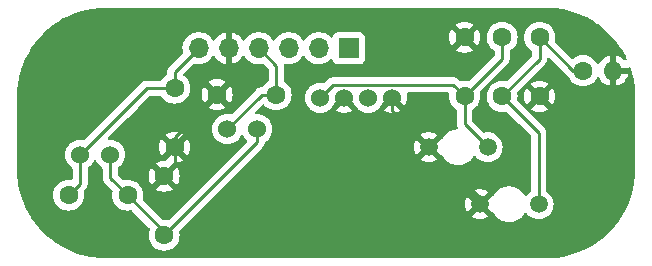
<source format=gtl>
G04 #@! TF.GenerationSoftware,KiCad,Pcbnew,(6.0.5)*
G04 #@! TF.CreationDate,2022-05-21T16:28:54+08:00*
G04 #@! TF.ProjectId,AT Sprint 3B.1 filter,41542053-7072-4696-9e74-2033422e3120,rev?*
G04 #@! TF.SameCoordinates,Original*
G04 #@! TF.FileFunction,Copper,L1,Top*
G04 #@! TF.FilePolarity,Positive*
%FSLAX46Y46*%
G04 Gerber Fmt 4.6, Leading zero omitted, Abs format (unit mm)*
G04 Created by KiCad (PCBNEW (6.0.5)) date 2022-05-21 16:28:54*
%MOMM*%
%LPD*%
G01*
G04 APERTURE LIST*
G04 #@! TA.AperFunction,ComponentPad*
%ADD10C,1.500000*%
G04 #@! TD*
G04 #@! TA.AperFunction,ComponentPad*
%ADD11C,1.600000*%
G04 #@! TD*
G04 #@! TA.AperFunction,ComponentPad*
%ADD12O,1.600000X1.600000*%
G04 #@! TD*
G04 #@! TA.AperFunction,ComponentPad*
%ADD13R,1.700000X1.700000*%
G04 #@! TD*
G04 #@! TA.AperFunction,ComponentPad*
%ADD14O,1.700000X1.700000*%
G04 #@! TD*
G04 #@! TA.AperFunction,ComponentPad*
%ADD15C,1.524000*%
G04 #@! TD*
G04 #@! TA.AperFunction,Conductor*
%ADD16C,0.250000*%
G04 #@! TD*
G04 APERTURE END LIST*
D10*
X127294000Y-59944000D03*
X132294000Y-59944000D03*
X136612000Y-64770000D03*
X131612000Y-64770000D03*
D11*
X140379000Y-53467000D03*
D12*
X142919000Y-53467000D03*
D13*
X120523000Y-51562000D03*
D14*
X117983000Y-51562000D03*
X115443000Y-51562000D03*
X112903000Y-51562000D03*
X110363000Y-51562000D03*
X107823000Y-51562000D03*
D11*
X96814000Y-64008000D03*
X101814000Y-64008000D03*
X136696000Y-55634000D03*
X136696000Y-50634000D03*
X130346000Y-55634000D03*
X130346000Y-50634000D03*
X105791000Y-59944000D03*
X105791000Y-54944000D03*
D15*
X112776000Y-58413000D03*
X110236000Y-58413000D03*
X97790000Y-60586000D03*
X100330000Y-60586000D03*
D11*
X133521000Y-50634000D03*
X133521000Y-55634000D03*
D15*
X118110000Y-55753000D03*
X124206000Y-55753000D03*
X120142000Y-55753000D03*
X122174000Y-55753000D03*
D11*
X104902000Y-67397000D03*
X104902000Y-62397000D03*
X114387000Y-55499000D03*
X109387000Y-55499000D03*
D16*
X129378489Y-54666489D02*
X130346000Y-55634000D01*
X118110000Y-55753000D02*
X119196511Y-54666489D01*
X119196511Y-54666489D02*
X129378489Y-54666489D01*
X131612000Y-64262000D02*
X131612000Y-64770000D01*
X127294000Y-59944000D02*
X131612000Y-64262000D01*
X130346000Y-57996000D02*
X132294000Y-59944000D01*
X130346000Y-55634000D02*
X130346000Y-57996000D01*
X124206000Y-56856000D02*
X127294000Y-59944000D01*
X124206000Y-55753000D02*
X124206000Y-56856000D01*
X114387000Y-55499000D02*
X113150000Y-55499000D01*
X113150000Y-55499000D02*
X110236000Y-58413000D01*
X112903000Y-51562000D02*
X114387000Y-53046000D01*
X114387000Y-53046000D02*
X114387000Y-55499000D01*
X110363000Y-51562000D02*
X110363000Y-54523000D01*
X105791000Y-61508000D02*
X104902000Y-62397000D01*
X121513600Y-57124600D02*
X120142000Y-55753000D01*
X127167000Y-60325000D02*
X127167000Y-59944000D01*
X124206000Y-55753000D02*
X122834400Y-57124600D01*
X105791000Y-59095000D02*
X105791000Y-59944000D01*
X109387000Y-55499000D02*
X105791000Y-59095000D01*
X110363000Y-54523000D02*
X109387000Y-55499000D01*
X105791000Y-59944000D02*
X105791000Y-61508000D01*
X122834400Y-57124600D02*
X121513600Y-57124600D01*
X104902000Y-67096000D02*
X104902000Y-67397000D01*
X104902000Y-67397000D02*
X112776000Y-59523000D01*
X112776000Y-59523000D02*
X112776000Y-58413000D01*
X100330000Y-60586000D02*
X100330000Y-62524000D01*
X100330000Y-62524000D02*
X101814000Y-64008000D01*
X101814000Y-64008000D02*
X104902000Y-67096000D01*
X107823000Y-51562000D02*
X105791000Y-53594000D01*
X97790000Y-60586000D02*
X97790000Y-63032000D01*
X105791000Y-53594000D02*
X105791000Y-54944000D01*
X97790000Y-63032000D02*
X96814000Y-64008000D01*
X103432000Y-54944000D02*
X97790000Y-60586000D01*
X105791000Y-54944000D02*
X103432000Y-54944000D01*
X133521000Y-50634000D02*
X133521000Y-52459000D01*
X133521000Y-52459000D02*
X130346000Y-55634000D01*
X136612000Y-64770000D02*
X136612000Y-58725000D01*
X136612000Y-58725000D02*
X133521000Y-55634000D01*
X136696000Y-50634000D02*
X139529000Y-53467000D01*
X136696000Y-50634000D02*
X136696000Y-52459000D01*
X136696000Y-52459000D02*
X133521000Y-55634000D01*
X139529000Y-53467000D02*
X140379000Y-53467000D01*
G04 #@! TA.AperFunction,Conductor*
G36*
X137115134Y-48133492D02*
G01*
X137132708Y-48134728D01*
X137161046Y-48138728D01*
X137169933Y-48137437D01*
X137169934Y-48137437D01*
X137183351Y-48135488D01*
X137204053Y-48134206D01*
X137685929Y-48144108D01*
X137694683Y-48144593D01*
X137786651Y-48152906D01*
X138207000Y-48190902D01*
X138215679Y-48191992D01*
X138494949Y-48236987D01*
X138723551Y-48273819D01*
X138732154Y-48275514D01*
X139233091Y-48392459D01*
X139241554Y-48394748D01*
X139733168Y-48546253D01*
X139741400Y-48549108D01*
X140221323Y-48734448D01*
X140229332Y-48737866D01*
X140652925Y-48936326D01*
X140695174Y-48956120D01*
X140702979Y-48960114D01*
X141152473Y-49210212D01*
X141159982Y-49214738D01*
X141591035Y-49495515D01*
X141598210Y-49500554D01*
X142008657Y-49810600D01*
X142015462Y-49816123D01*
X142403379Y-50153986D01*
X142409754Y-50159940D01*
X142773241Y-50523965D01*
X142779216Y-50530381D01*
X143116493Y-50918787D01*
X143122008Y-50925603D01*
X143431461Y-51336528D01*
X143436488Y-51343711D01*
X143716604Y-51775146D01*
X143721120Y-51782661D01*
X143970566Y-52232552D01*
X143974548Y-52240362D01*
X144050458Y-52403014D01*
X144061142Y-52473200D01*
X144032184Y-52538023D01*
X143972777Y-52576899D01*
X143901783Y-52577485D01*
X143847186Y-52545395D01*
X143766875Y-52465084D01*
X143758467Y-52458028D01*
X143580007Y-52333069D01*
X143570511Y-52327586D01*
X143373053Y-52235510D01*
X143362761Y-52231764D01*
X143190497Y-52185606D01*
X143176401Y-52185942D01*
X143173000Y-52193884D01*
X143173000Y-53194885D01*
X143177475Y-53210124D01*
X143178865Y-53211329D01*
X143186548Y-53213000D01*
X144186967Y-53213000D01*
X144223024Y-53202413D01*
X144247720Y-53186541D01*
X144318716Y-53186539D01*
X144378443Y-53224921D01*
X144403688Y-53270506D01*
X144533762Y-53694811D01*
X144536036Y-53703270D01*
X144648424Y-54187930D01*
X144652239Y-54204382D01*
X144653920Y-54212983D01*
X144685681Y-54411988D01*
X144734992Y-54720956D01*
X144736072Y-54729657D01*
X144741151Y-54786789D01*
X144779319Y-55216135D01*
X144781622Y-55242044D01*
X144782093Y-55250788D01*
X144788852Y-55605257D01*
X144791137Y-55725080D01*
X144789339Y-55748823D01*
X144786879Y-55763138D01*
X144787903Y-55772058D01*
X144791011Y-55799130D01*
X144791833Y-55813758D01*
X144779781Y-61711248D01*
X144779601Y-61799242D01*
X144778101Y-61818368D01*
X144774309Y-61842714D01*
X144775473Y-61851617D01*
X144775473Y-61851621D01*
X144777240Y-61865134D01*
X144778229Y-61885812D01*
X144763981Y-62298499D01*
X144761819Y-62361134D01*
X144761220Y-62369803D01*
X144708731Y-62875187D01*
X144707536Y-62883794D01*
X144666665Y-63118424D01*
X144629330Y-63332756D01*
X144620339Y-63384368D01*
X144618555Y-63392862D01*
X144497065Y-63886224D01*
X144494698Y-63894584D01*
X144339486Y-64378423D01*
X144336560Y-64386569D01*
X144225644Y-64664749D01*
X144148368Y-64858559D01*
X144144873Y-64866515D01*
X143924607Y-65324392D01*
X143920572Y-65332088D01*
X143669274Y-65773691D01*
X143664719Y-65781090D01*
X143383756Y-66204061D01*
X143383581Y-66204324D01*
X143378526Y-66211392D01*
X143068875Y-66614256D01*
X143063368Y-66620933D01*
X142769526Y-66953072D01*
X142726677Y-67001506D01*
X142720698Y-67007811D01*
X142358601Y-67364250D01*
X142352202Y-67370129D01*
X142314459Y-67402475D01*
X142048502Y-67630402D01*
X141966396Y-67700767D01*
X141959607Y-67706191D01*
X141551914Y-68009461D01*
X141544767Y-68014403D01*
X141334232Y-68149525D01*
X141117165Y-68288839D01*
X141109704Y-68293272D01*
X140664183Y-68537593D01*
X140656425Y-68541506D01*
X140195131Y-68754537D01*
X140187136Y-68757900D01*
X139949691Y-68848267D01*
X139712255Y-68938630D01*
X139704032Y-68941439D01*
X139217823Y-69089009D01*
X139209426Y-69091244D01*
X138714224Y-69204947D01*
X138705693Y-69206599D01*
X138617156Y-69220589D01*
X138203790Y-69285906D01*
X138195188Y-69286963D01*
X137942109Y-69309225D01*
X137689042Y-69331486D01*
X137680365Y-69331949D01*
X137221509Y-69340559D01*
X137215210Y-69340677D01*
X137212385Y-69340730D01*
X137188680Y-69338932D01*
X137183200Y-69337990D01*
X137183199Y-69337990D01*
X137174354Y-69336470D01*
X137137707Y-69340677D01*
X137123337Y-69341499D01*
X99998367Y-69341499D01*
X99978982Y-69339999D01*
X99964148Y-69337689D01*
X99964145Y-69337689D01*
X99955276Y-69336308D01*
X99946373Y-69337472D01*
X99946371Y-69337472D01*
X99933121Y-69339204D01*
X99912291Y-69340187D01*
X99418984Y-69322569D01*
X99410012Y-69321927D01*
X98887181Y-69265717D01*
X98878278Y-69264437D01*
X98548546Y-69204947D01*
X98360780Y-69171070D01*
X98351994Y-69169159D01*
X97842474Y-69039112D01*
X97833854Y-69036580D01*
X97649597Y-68975254D01*
X97334911Y-68870516D01*
X97326484Y-68867373D01*
X96840656Y-68666137D01*
X96832474Y-68662400D01*
X96362256Y-68427026D01*
X96354362Y-68422716D01*
X95902115Y-68154385D01*
X95894553Y-68149525D01*
X95462608Y-67849619D01*
X95455408Y-67844229D01*
X95045965Y-67514280D01*
X95039167Y-67508390D01*
X94654297Y-67150063D01*
X94647937Y-67143703D01*
X94289610Y-66758833D01*
X94283720Y-66752035D01*
X93953771Y-66342592D01*
X93948381Y-66335392D01*
X93648475Y-65903447D01*
X93643612Y-65895880D01*
X93626110Y-65866381D01*
X93375282Y-65443633D01*
X93370974Y-65435744D01*
X93365057Y-65423922D01*
X93222330Y-65138790D01*
X93135600Y-64965526D01*
X93131863Y-64957344D01*
X92930627Y-64471516D01*
X92927484Y-64463089D01*
X92801588Y-64084833D01*
X92776016Y-64008000D01*
X95500502Y-64008000D01*
X95520457Y-64236087D01*
X95521880Y-64241398D01*
X95521881Y-64241402D01*
X95549025Y-64342702D01*
X95579716Y-64457243D01*
X95582039Y-64462224D01*
X95582039Y-64462225D01*
X95674151Y-64659762D01*
X95674154Y-64659767D01*
X95676477Y-64664749D01*
X95679634Y-64669257D01*
X95787158Y-64822817D01*
X95807802Y-64852300D01*
X95969700Y-65014198D01*
X95974208Y-65017355D01*
X95974211Y-65017357D01*
X96040762Y-65063956D01*
X96157251Y-65145523D01*
X96162233Y-65147846D01*
X96162238Y-65147849D01*
X96359775Y-65239961D01*
X96364757Y-65242284D01*
X96370065Y-65243706D01*
X96370067Y-65243707D01*
X96580598Y-65300119D01*
X96580600Y-65300119D01*
X96585913Y-65301543D01*
X96814000Y-65321498D01*
X97042087Y-65301543D01*
X97047400Y-65300119D01*
X97047402Y-65300119D01*
X97257933Y-65243707D01*
X97257935Y-65243706D01*
X97263243Y-65242284D01*
X97268225Y-65239961D01*
X97465762Y-65147849D01*
X97465767Y-65147846D01*
X97470749Y-65145523D01*
X97587238Y-65063956D01*
X97653789Y-65017357D01*
X97653792Y-65017355D01*
X97658300Y-65014198D01*
X97820198Y-64852300D01*
X97840843Y-64822817D01*
X97948366Y-64669257D01*
X97951523Y-64664749D01*
X97953846Y-64659767D01*
X97953849Y-64659762D01*
X98045961Y-64462225D01*
X98045961Y-64462224D01*
X98048284Y-64457243D01*
X98078976Y-64342702D01*
X98106119Y-64241402D01*
X98106120Y-64241398D01*
X98107543Y-64236087D01*
X98127498Y-64008000D01*
X98107543Y-63779913D01*
X98106119Y-63774598D01*
X98106118Y-63774591D01*
X98090541Y-63716459D01*
X98092230Y-63645483D01*
X98123152Y-63594752D01*
X98182247Y-63535657D01*
X98190537Y-63528113D01*
X98197018Y-63524000D01*
X98243659Y-63474332D01*
X98246413Y-63471491D01*
X98266134Y-63451770D01*
X98268612Y-63448575D01*
X98276318Y-63439553D01*
X98283871Y-63431510D01*
X98306586Y-63407321D01*
X98316346Y-63389568D01*
X98327199Y-63373045D01*
X98334753Y-63363306D01*
X98339613Y-63357041D01*
X98357176Y-63316457D01*
X98362383Y-63305827D01*
X98383695Y-63267060D01*
X98385666Y-63259383D01*
X98385668Y-63259378D01*
X98388732Y-63247442D01*
X98395138Y-63228730D01*
X98400034Y-63217417D01*
X98403181Y-63210145D01*
X98410097Y-63166481D01*
X98412504Y-63154860D01*
X98421528Y-63119711D01*
X98421528Y-63119710D01*
X98423500Y-63112030D01*
X98423500Y-63091769D01*
X98425051Y-63072058D01*
X98426979Y-63059885D01*
X98428219Y-63052057D01*
X98424059Y-63008046D01*
X98423500Y-62996189D01*
X98423500Y-61759004D01*
X98443502Y-61690883D01*
X98477229Y-61655791D01*
X98605270Y-61566136D01*
X98605273Y-61566134D01*
X98609781Y-61562977D01*
X98766977Y-61405781D01*
X98818305Y-61332478D01*
X98891331Y-61228185D01*
X98891332Y-61228183D01*
X98894488Y-61223676D01*
X98896811Y-61218694D01*
X98896814Y-61218689D01*
X98945805Y-61113627D01*
X98992723Y-61060342D01*
X99061000Y-61040881D01*
X99128960Y-61061423D01*
X99174195Y-61113627D01*
X99223186Y-61218689D01*
X99223189Y-61218694D01*
X99225512Y-61223676D01*
X99228668Y-61228183D01*
X99228669Y-61228185D01*
X99301696Y-61332478D01*
X99353023Y-61405781D01*
X99510219Y-61562977D01*
X99514727Y-61566134D01*
X99514730Y-61566136D01*
X99642771Y-61655791D01*
X99687099Y-61711248D01*
X99696500Y-61759004D01*
X99696500Y-62445233D01*
X99695973Y-62456416D01*
X99694298Y-62463909D01*
X99694547Y-62471835D01*
X99694547Y-62471836D01*
X99696438Y-62531986D01*
X99696500Y-62535945D01*
X99696500Y-62563856D01*
X99696997Y-62567790D01*
X99696997Y-62567791D01*
X99697005Y-62567856D01*
X99697938Y-62579693D01*
X99699327Y-62623889D01*
X99704978Y-62643339D01*
X99708987Y-62662700D01*
X99711526Y-62682797D01*
X99714445Y-62690168D01*
X99714445Y-62690170D01*
X99727804Y-62723912D01*
X99731649Y-62735142D01*
X99743982Y-62777593D01*
X99748015Y-62784412D01*
X99748017Y-62784417D01*
X99754293Y-62795028D01*
X99762988Y-62812776D01*
X99770448Y-62831617D01*
X99775110Y-62838033D01*
X99775110Y-62838034D01*
X99796436Y-62867387D01*
X99802952Y-62877307D01*
X99825458Y-62915362D01*
X99839779Y-62929683D01*
X99852619Y-62944716D01*
X99864528Y-62961107D01*
X99870634Y-62966158D01*
X99898605Y-62989298D01*
X99907384Y-62997288D01*
X100504848Y-63594752D01*
X100538874Y-63657064D01*
X100537459Y-63716459D01*
X100521882Y-63774591D01*
X100521881Y-63774598D01*
X100520457Y-63779913D01*
X100500502Y-64008000D01*
X100520457Y-64236087D01*
X100521880Y-64241398D01*
X100521881Y-64241402D01*
X100549025Y-64342702D01*
X100579716Y-64457243D01*
X100582039Y-64462224D01*
X100582039Y-64462225D01*
X100674151Y-64659762D01*
X100674154Y-64659767D01*
X100676477Y-64664749D01*
X100679634Y-64669257D01*
X100787158Y-64822817D01*
X100807802Y-64852300D01*
X100969700Y-65014198D01*
X100974208Y-65017355D01*
X100974211Y-65017357D01*
X101040762Y-65063956D01*
X101157251Y-65145523D01*
X101162233Y-65147846D01*
X101162238Y-65147849D01*
X101359775Y-65239961D01*
X101364757Y-65242284D01*
X101370065Y-65243706D01*
X101370067Y-65243707D01*
X101580598Y-65300119D01*
X101580600Y-65300119D01*
X101585913Y-65301543D01*
X101814000Y-65321498D01*
X102042087Y-65301543D01*
X102047398Y-65300120D01*
X102047409Y-65300118D01*
X102105541Y-65284541D01*
X102176517Y-65286230D01*
X102227248Y-65317152D01*
X103665797Y-66755701D01*
X103699823Y-66818013D01*
X103694758Y-66888828D01*
X103690902Y-66898033D01*
X103667716Y-66947757D01*
X103645135Y-67032030D01*
X103625460Y-67105459D01*
X103608457Y-67168913D01*
X103588502Y-67397000D01*
X103608457Y-67625087D01*
X103609881Y-67630400D01*
X103609881Y-67630402D01*
X103628736Y-67700767D01*
X103667716Y-67846243D01*
X103670039Y-67851224D01*
X103670039Y-67851225D01*
X103762151Y-68048762D01*
X103762154Y-68048767D01*
X103764477Y-68053749D01*
X103895802Y-68241300D01*
X104057700Y-68403198D01*
X104062208Y-68406355D01*
X104062211Y-68406357D01*
X104140389Y-68461098D01*
X104245251Y-68534523D01*
X104250233Y-68536846D01*
X104250238Y-68536849D01*
X104393508Y-68603656D01*
X104452757Y-68631284D01*
X104458065Y-68632706D01*
X104458067Y-68632707D01*
X104668598Y-68689119D01*
X104668600Y-68689119D01*
X104673913Y-68690543D01*
X104902000Y-68710498D01*
X105130087Y-68690543D01*
X105135400Y-68689119D01*
X105135402Y-68689119D01*
X105345933Y-68632707D01*
X105345935Y-68632706D01*
X105351243Y-68631284D01*
X105410492Y-68603656D01*
X105553762Y-68536849D01*
X105553767Y-68536846D01*
X105558749Y-68534523D01*
X105663611Y-68461098D01*
X105741789Y-68406357D01*
X105741792Y-68406355D01*
X105746300Y-68403198D01*
X105908198Y-68241300D01*
X106039523Y-68053749D01*
X106041846Y-68048767D01*
X106041849Y-68048762D01*
X106133961Y-67851225D01*
X106133961Y-67851224D01*
X106136284Y-67846243D01*
X106175265Y-67700767D01*
X106194119Y-67630402D01*
X106194119Y-67630400D01*
X106195543Y-67625087D01*
X106215498Y-67397000D01*
X106195543Y-67168913D01*
X106194119Y-67163598D01*
X106194118Y-67163591D01*
X106178541Y-67105459D01*
X106180230Y-67034483D01*
X106211152Y-66983752D01*
X107374743Y-65820161D01*
X130926393Y-65820161D01*
X130935687Y-65832175D01*
X130976088Y-65860464D01*
X130985584Y-65865947D01*
X131175113Y-65954326D01*
X131185405Y-65958072D01*
X131387401Y-66012196D01*
X131398196Y-66014099D01*
X131606525Y-66032326D01*
X131617475Y-66032326D01*
X131825804Y-66014099D01*
X131836599Y-66012196D01*
X132038595Y-65958072D01*
X132048887Y-65954326D01*
X132238416Y-65865947D01*
X132247912Y-65860464D01*
X132289148Y-65831590D01*
X132297523Y-65821112D01*
X132290457Y-65807668D01*
X131624811Y-65142021D01*
X131610868Y-65134408D01*
X131609034Y-65134539D01*
X131602420Y-65138790D01*
X130932820Y-65808391D01*
X130926393Y-65820161D01*
X107374743Y-65820161D01*
X108419429Y-64775475D01*
X130349674Y-64775475D01*
X130367901Y-64983804D01*
X130369804Y-64994599D01*
X130423928Y-65196595D01*
X130427674Y-65206887D01*
X130516054Y-65396417D01*
X130521534Y-65405907D01*
X130550411Y-65447149D01*
X130560887Y-65455523D01*
X130574334Y-65448455D01*
X131239979Y-64782811D01*
X131246356Y-64771132D01*
X131976408Y-64771132D01*
X131976539Y-64772966D01*
X131980790Y-64779580D01*
X132650391Y-65449180D01*
X132664328Y-65456790D01*
X132678957Y-65455744D01*
X132748331Y-65470835D01*
X132795936Y-65517647D01*
X132796099Y-65517536D01*
X132932544Y-65718307D01*
X133099332Y-65894681D01*
X133103358Y-65897759D01*
X133103359Y-65897760D01*
X133288154Y-66039047D01*
X133288158Y-66039050D01*
X133292174Y-66042120D01*
X133296632Y-66044510D01*
X133296633Y-66044511D01*
X133453911Y-66128843D01*
X133506109Y-66156831D01*
X133735631Y-66235862D01*
X133834978Y-66253022D01*
X133970926Y-66276504D01*
X133970932Y-66276505D01*
X133974836Y-66277179D01*
X133978797Y-66277359D01*
X133978798Y-66277359D01*
X134002506Y-66278436D01*
X134002525Y-66278436D01*
X134003925Y-66278500D01*
X134173001Y-66278500D01*
X134175509Y-66278298D01*
X134175514Y-66278298D01*
X134348924Y-66264346D01*
X134348929Y-66264345D01*
X134353965Y-66263940D01*
X134358873Y-66262734D01*
X134358876Y-66262734D01*
X134584792Y-66207244D01*
X134589706Y-66206037D01*
X134594358Y-66204062D01*
X134594362Y-66204061D01*
X134808498Y-66113165D01*
X134813156Y-66111188D01*
X134919037Y-66044511D01*
X135014288Y-65984528D01*
X135014291Y-65984526D01*
X135018567Y-65981833D01*
X135107479Y-65903447D01*
X135196858Y-65824650D01*
X135196861Y-65824647D01*
X135200655Y-65821302D01*
X135354734Y-65633722D01*
X135357275Y-65629356D01*
X135357280Y-65629349D01*
X135403470Y-65549986D01*
X135455024Y-65501172D01*
X135524784Y-65487979D01*
X135590602Y-65514596D01*
X135615582Y-65541095D01*
X135644251Y-65582038D01*
X135799962Y-65737749D01*
X135804471Y-65740906D01*
X135804473Y-65740908D01*
X135861859Y-65781090D01*
X135980346Y-65864056D01*
X136179924Y-65957120D01*
X136392629Y-66014115D01*
X136612000Y-66033307D01*
X136831371Y-66014115D01*
X137044076Y-65957120D01*
X137243654Y-65864056D01*
X137362141Y-65781090D01*
X137419527Y-65740908D01*
X137419529Y-65740906D01*
X137424038Y-65737749D01*
X137579749Y-65582038D01*
X137623757Y-65519189D01*
X137702899Y-65406162D01*
X137702900Y-65406160D01*
X137706056Y-65401653D01*
X137708379Y-65396671D01*
X137708382Y-65396666D01*
X137779707Y-65243707D01*
X137799120Y-65202076D01*
X137856115Y-64989371D01*
X137875307Y-64770000D01*
X137856115Y-64550629D01*
X137799120Y-64337924D01*
X137749077Y-64230607D01*
X137708382Y-64143334D01*
X137708379Y-64143329D01*
X137706056Y-64138347D01*
X137659387Y-64071697D01*
X137582908Y-63962473D01*
X137582906Y-63962470D01*
X137579749Y-63957962D01*
X137424038Y-63802251D01*
X137419530Y-63799094D01*
X137419527Y-63799092D01*
X137323151Y-63731609D01*
X137299228Y-63714858D01*
X137254901Y-63659402D01*
X137245500Y-63611646D01*
X137245500Y-58803767D01*
X137246027Y-58792584D01*
X137247702Y-58785091D01*
X137246771Y-58755457D01*
X137245562Y-58717014D01*
X137245500Y-58713055D01*
X137245500Y-58685144D01*
X137244995Y-58681144D01*
X137244062Y-58669301D01*
X137242922Y-58633029D01*
X137242673Y-58625110D01*
X137237022Y-58605658D01*
X137233014Y-58586306D01*
X137231467Y-58574063D01*
X137230474Y-58566203D01*
X137227556Y-58558832D01*
X137214200Y-58525097D01*
X137210355Y-58513870D01*
X137208288Y-58506756D01*
X137198018Y-58471407D01*
X137187707Y-58453972D01*
X137179012Y-58436224D01*
X137171552Y-58417383D01*
X137145564Y-58381613D01*
X137139048Y-58371693D01*
X137120580Y-58340465D01*
X137120578Y-58340462D01*
X137116542Y-58333638D01*
X137102221Y-58319317D01*
X137089380Y-58304283D01*
X137082131Y-58294306D01*
X137077472Y-58287893D01*
X137043395Y-58259702D01*
X137034616Y-58251712D01*
X135502966Y-56720062D01*
X135974493Y-56720062D01*
X135983789Y-56732077D01*
X136034994Y-56767931D01*
X136044489Y-56773414D01*
X136241947Y-56865490D01*
X136252239Y-56869236D01*
X136462688Y-56925625D01*
X136473481Y-56927528D01*
X136690525Y-56946517D01*
X136701475Y-56946517D01*
X136918519Y-56927528D01*
X136929312Y-56925625D01*
X137139761Y-56869236D01*
X137150053Y-56865490D01*
X137347511Y-56773414D01*
X137357006Y-56767931D01*
X137409048Y-56731491D01*
X137417424Y-56721012D01*
X137410356Y-56707566D01*
X136708812Y-56006022D01*
X136694868Y-55998408D01*
X136693035Y-55998539D01*
X136686420Y-56002790D01*
X135980923Y-56708287D01*
X135974493Y-56720062D01*
X135502966Y-56720062D01*
X134830152Y-56047248D01*
X134796126Y-55984936D01*
X134797541Y-55925541D01*
X134813118Y-55867409D01*
X134813120Y-55867398D01*
X134814543Y-55862087D01*
X134834019Y-55639475D01*
X135383483Y-55639475D01*
X135402472Y-55856519D01*
X135404375Y-55867312D01*
X135460764Y-56077761D01*
X135464510Y-56088053D01*
X135556586Y-56285511D01*
X135562069Y-56295006D01*
X135598509Y-56347048D01*
X135608988Y-56355424D01*
X135622434Y-56348356D01*
X136323978Y-55646812D01*
X136330356Y-55635132D01*
X137060408Y-55635132D01*
X137060539Y-55636965D01*
X137064790Y-55643580D01*
X137770287Y-56349077D01*
X137782062Y-56355507D01*
X137794077Y-56346211D01*
X137829931Y-56295006D01*
X137835414Y-56285511D01*
X137927490Y-56088053D01*
X137931236Y-56077761D01*
X137987625Y-55867312D01*
X137989528Y-55856519D01*
X138008517Y-55639475D01*
X138008517Y-55628525D01*
X137989528Y-55411481D01*
X137987625Y-55400688D01*
X137931236Y-55190239D01*
X137927490Y-55179947D01*
X137835414Y-54982489D01*
X137829931Y-54972994D01*
X137793491Y-54920952D01*
X137783012Y-54912576D01*
X137769566Y-54919644D01*
X137068022Y-55621188D01*
X137060408Y-55635132D01*
X136330356Y-55635132D01*
X136331592Y-55632868D01*
X136331461Y-55631035D01*
X136327210Y-55624420D01*
X135621713Y-54918923D01*
X135609938Y-54912493D01*
X135597923Y-54921789D01*
X135562069Y-54972994D01*
X135556586Y-54982489D01*
X135464510Y-55179947D01*
X135460764Y-55190239D01*
X135404375Y-55400688D01*
X135402472Y-55411481D01*
X135383483Y-55628525D01*
X135383483Y-55639475D01*
X134834019Y-55639475D01*
X134834498Y-55634000D01*
X134814543Y-55405913D01*
X134813119Y-55400598D01*
X134813118Y-55400591D01*
X134797541Y-55342459D01*
X134799230Y-55271483D01*
X134830152Y-55220752D01*
X135503917Y-54546988D01*
X135974576Y-54546988D01*
X135981644Y-54560434D01*
X136683188Y-55261978D01*
X136697132Y-55269592D01*
X136698965Y-55269461D01*
X136705580Y-55265210D01*
X137411077Y-54559713D01*
X137417507Y-54547938D01*
X137408211Y-54535923D01*
X137357006Y-54500069D01*
X137347511Y-54494586D01*
X137150053Y-54402510D01*
X137139761Y-54398764D01*
X136929312Y-54342375D01*
X136918519Y-54340472D01*
X136701475Y-54321483D01*
X136690525Y-54321483D01*
X136473481Y-54340472D01*
X136462688Y-54342375D01*
X136252239Y-54398764D01*
X136241947Y-54402510D01*
X136044489Y-54494586D01*
X136034994Y-54500069D01*
X135982952Y-54536509D01*
X135974576Y-54546988D01*
X135503917Y-54546988D01*
X135937178Y-54113727D01*
X137088253Y-52962652D01*
X137096539Y-52955112D01*
X137103018Y-52951000D01*
X137149644Y-52901348D01*
X137152398Y-52898507D01*
X137172135Y-52878770D01*
X137174615Y-52875573D01*
X137182320Y-52866551D01*
X137191074Y-52857229D01*
X137212586Y-52834321D01*
X137216405Y-52827375D01*
X137216407Y-52827372D01*
X137222348Y-52816566D01*
X137233199Y-52800047D01*
X137233559Y-52799583D01*
X137245614Y-52784041D01*
X137248759Y-52776772D01*
X137248762Y-52776768D01*
X137263174Y-52743463D01*
X137268391Y-52732813D01*
X137289695Y-52694060D01*
X137294733Y-52674437D01*
X137301137Y-52655734D01*
X137306033Y-52644420D01*
X137306033Y-52644419D01*
X137309181Y-52637145D01*
X137310420Y-52629322D01*
X137310423Y-52629312D01*
X137316099Y-52593476D01*
X137318505Y-52581856D01*
X137327528Y-52546711D01*
X137327528Y-52546710D01*
X137329500Y-52539030D01*
X137329500Y-52518776D01*
X137331051Y-52499065D01*
X137332980Y-52486886D01*
X137334220Y-52479057D01*
X137333474Y-52471164D01*
X137333584Y-52467660D01*
X137355715Y-52400200D01*
X137410804Y-52355415D01*
X137481361Y-52347523D01*
X137548617Y-52382521D01*
X138290862Y-53124767D01*
X139025348Y-53859253D01*
X139032888Y-53867539D01*
X139037000Y-53874018D01*
X139042777Y-53879443D01*
X139086651Y-53920643D01*
X139089493Y-53923398D01*
X139109230Y-53943135D01*
X139112427Y-53945615D01*
X139121447Y-53953318D01*
X139153679Y-53983586D01*
X139160450Y-53987309D01*
X139200521Y-54035918D01*
X139239151Y-54118762D01*
X139239154Y-54118767D01*
X139241477Y-54123749D01*
X139302925Y-54211505D01*
X139359455Y-54292238D01*
X139372802Y-54311300D01*
X139534700Y-54473198D01*
X139539208Y-54476355D01*
X139539211Y-54476357D01*
X139610557Y-54526314D01*
X139722251Y-54604523D01*
X139727233Y-54606846D01*
X139727238Y-54606849D01*
X139923765Y-54698490D01*
X139929757Y-54701284D01*
X139935065Y-54702706D01*
X139935067Y-54702707D01*
X140145598Y-54759119D01*
X140145600Y-54759119D01*
X140150913Y-54760543D01*
X140379000Y-54780498D01*
X140607087Y-54760543D01*
X140612400Y-54759119D01*
X140612402Y-54759119D01*
X140822933Y-54702707D01*
X140822935Y-54702706D01*
X140828243Y-54701284D01*
X140834235Y-54698490D01*
X141030762Y-54606849D01*
X141030767Y-54606846D01*
X141035749Y-54604523D01*
X141147443Y-54526314D01*
X141218789Y-54476357D01*
X141218792Y-54476355D01*
X141223300Y-54473198D01*
X141385198Y-54311300D01*
X141398546Y-54292238D01*
X141455075Y-54211505D01*
X141516523Y-54123749D01*
X141518846Y-54118767D01*
X141518849Y-54118762D01*
X141535081Y-54083951D01*
X141581998Y-54030666D01*
X141650275Y-54011205D01*
X141718235Y-54031747D01*
X141763471Y-54083951D01*
X141779586Y-54118511D01*
X141785069Y-54128007D01*
X141910028Y-54306467D01*
X141917084Y-54314875D01*
X142071125Y-54468916D01*
X142079533Y-54475972D01*
X142257993Y-54600931D01*
X142267489Y-54606414D01*
X142464947Y-54698490D01*
X142475239Y-54702236D01*
X142647503Y-54748394D01*
X142661599Y-54748058D01*
X142665000Y-54740116D01*
X142665000Y-54734967D01*
X143173000Y-54734967D01*
X143176973Y-54748498D01*
X143185522Y-54749727D01*
X143362761Y-54702236D01*
X143373053Y-54698490D01*
X143570511Y-54606414D01*
X143580007Y-54600931D01*
X143758467Y-54475972D01*
X143766875Y-54468916D01*
X143920916Y-54314875D01*
X143927972Y-54306467D01*
X144052931Y-54128007D01*
X144058414Y-54118511D01*
X144150490Y-53921053D01*
X144154236Y-53910761D01*
X144200394Y-53738497D01*
X144200058Y-53724401D01*
X144192116Y-53721000D01*
X143191115Y-53721000D01*
X143175876Y-53725475D01*
X143174671Y-53726865D01*
X143173000Y-53734548D01*
X143173000Y-54734967D01*
X142665000Y-54734967D01*
X142665000Y-52199033D01*
X142661027Y-52185502D01*
X142652478Y-52184273D01*
X142475239Y-52231764D01*
X142464947Y-52235510D01*
X142267489Y-52327586D01*
X142257993Y-52333069D01*
X142079533Y-52458028D01*
X142071125Y-52465084D01*
X141917084Y-52619125D01*
X141910028Y-52627533D01*
X141785069Y-52805993D01*
X141779586Y-52815489D01*
X141763471Y-52850049D01*
X141716554Y-52903334D01*
X141648277Y-52922795D01*
X141580317Y-52902253D01*
X141535081Y-52850049D01*
X141518849Y-52815238D01*
X141518846Y-52815233D01*
X141516523Y-52810251D01*
X141421760Y-52674916D01*
X141388357Y-52627211D01*
X141388355Y-52627208D01*
X141385198Y-52622700D01*
X141223300Y-52460802D01*
X141218792Y-52457645D01*
X141218789Y-52457643D01*
X141111503Y-52382521D01*
X141035749Y-52329477D01*
X141030767Y-52327154D01*
X141030762Y-52327151D01*
X140833225Y-52235039D01*
X140833224Y-52235039D01*
X140828243Y-52232716D01*
X140822935Y-52231294D01*
X140822933Y-52231293D01*
X140612402Y-52174881D01*
X140612400Y-52174881D01*
X140607087Y-52173457D01*
X140379000Y-52153502D01*
X140150913Y-52173457D01*
X140145600Y-52174881D01*
X140145598Y-52174881D01*
X139935067Y-52231293D01*
X139935065Y-52231294D01*
X139929757Y-52232716D01*
X139924776Y-52235039D01*
X139924775Y-52235039D01*
X139727238Y-52327151D01*
X139727233Y-52327154D01*
X139722251Y-52329477D01*
X139717743Y-52332633D01*
X139717737Y-52332637D01*
X139553081Y-52447930D01*
X139485807Y-52470618D01*
X139416947Y-52453333D01*
X139391716Y-52433812D01*
X138005152Y-51047248D01*
X137971126Y-50984936D01*
X137972541Y-50925541D01*
X137988118Y-50867409D01*
X137988120Y-50867398D01*
X137989543Y-50862087D01*
X138009498Y-50634000D01*
X137989543Y-50405913D01*
X137966158Y-50318638D01*
X137931707Y-50190067D01*
X137931706Y-50190065D01*
X137930284Y-50184757D01*
X137915931Y-50153977D01*
X137835849Y-49982238D01*
X137835846Y-49982233D01*
X137833523Y-49977251D01*
X137718684Y-49813244D01*
X137705357Y-49794211D01*
X137705355Y-49794208D01*
X137702198Y-49789700D01*
X137540300Y-49627802D01*
X137535792Y-49624645D01*
X137535789Y-49624643D01*
X137409920Y-49536509D01*
X137352749Y-49496477D01*
X137347767Y-49494154D01*
X137347762Y-49494151D01*
X137150225Y-49402039D01*
X137150224Y-49402039D01*
X137145243Y-49399716D01*
X137139935Y-49398294D01*
X137139933Y-49398293D01*
X136929402Y-49341881D01*
X136929400Y-49341881D01*
X136924087Y-49340457D01*
X136696000Y-49320502D01*
X136467913Y-49340457D01*
X136462600Y-49341881D01*
X136462598Y-49341881D01*
X136252067Y-49398293D01*
X136252065Y-49398294D01*
X136246757Y-49399716D01*
X136241776Y-49402039D01*
X136241775Y-49402039D01*
X136044238Y-49494151D01*
X136044233Y-49494154D01*
X136039251Y-49496477D01*
X135982080Y-49536509D01*
X135856211Y-49624643D01*
X135856208Y-49624645D01*
X135851700Y-49627802D01*
X135689802Y-49789700D01*
X135686645Y-49794208D01*
X135686643Y-49794211D01*
X135673316Y-49813244D01*
X135558477Y-49977251D01*
X135556154Y-49982233D01*
X135556151Y-49982238D01*
X135476069Y-50153977D01*
X135461716Y-50184757D01*
X135460294Y-50190065D01*
X135460293Y-50190067D01*
X135425842Y-50318638D01*
X135402457Y-50405913D01*
X135382502Y-50634000D01*
X135402457Y-50862087D01*
X135403881Y-50867400D01*
X135403881Y-50867402D01*
X135441025Y-51006022D01*
X135461716Y-51083243D01*
X135464039Y-51088224D01*
X135464039Y-51088225D01*
X135556151Y-51285762D01*
X135556154Y-51285767D01*
X135558477Y-51290749D01*
X135689802Y-51478300D01*
X135851700Y-51640198D01*
X135856208Y-51643355D01*
X135856211Y-51643357D01*
X136008771Y-51750181D01*
X136053099Y-51805638D01*
X136062500Y-51853394D01*
X136062500Y-52144406D01*
X136042498Y-52212527D01*
X136025595Y-52233501D01*
X133934248Y-54324848D01*
X133871936Y-54358874D01*
X133812541Y-54357459D01*
X133754409Y-54341882D01*
X133754398Y-54341880D01*
X133749087Y-54340457D01*
X133521000Y-54320502D01*
X133292913Y-54340457D01*
X133287600Y-54341881D01*
X133287598Y-54341881D01*
X133077067Y-54398293D01*
X133077065Y-54398294D01*
X133071757Y-54399716D01*
X133066776Y-54402039D01*
X133066775Y-54402039D01*
X132869238Y-54494151D01*
X132869233Y-54494154D01*
X132864251Y-54496477D01*
X132773941Y-54559713D01*
X132681211Y-54624643D01*
X132681208Y-54624645D01*
X132676700Y-54627802D01*
X132514802Y-54789700D01*
X132511645Y-54794208D01*
X132511643Y-54794211D01*
X132459921Y-54868078D01*
X132383477Y-54977251D01*
X132381154Y-54982233D01*
X132381151Y-54982238D01*
X132310169Y-55134461D01*
X132286716Y-55184757D01*
X132285294Y-55190065D01*
X132285293Y-55190067D01*
X132232275Y-55387933D01*
X132227457Y-55405913D01*
X132207502Y-55634000D01*
X132227457Y-55862087D01*
X132228881Y-55867400D01*
X132228881Y-55867402D01*
X132266025Y-56006022D01*
X132286716Y-56083243D01*
X132289039Y-56088224D01*
X132289039Y-56088225D01*
X132381151Y-56285762D01*
X132381154Y-56285767D01*
X132383477Y-56290749D01*
X132423814Y-56348356D01*
X132493042Y-56447223D01*
X132514802Y-56478300D01*
X132676700Y-56640198D01*
X132681208Y-56643355D01*
X132681211Y-56643357D01*
X132759389Y-56698098D01*
X132864251Y-56771523D01*
X132869233Y-56773846D01*
X132869238Y-56773849D01*
X133053593Y-56859814D01*
X133071757Y-56868284D01*
X133077065Y-56869706D01*
X133077067Y-56869707D01*
X133287598Y-56926119D01*
X133287600Y-56926119D01*
X133292913Y-56927543D01*
X133521000Y-56947498D01*
X133749087Y-56927543D01*
X133754398Y-56926120D01*
X133754409Y-56926118D01*
X133812541Y-56910541D01*
X133883517Y-56912230D01*
X133934248Y-56943152D01*
X134950173Y-57959078D01*
X135941595Y-58950500D01*
X135975621Y-59012812D01*
X135978500Y-59039595D01*
X135978500Y-63611646D01*
X135958498Y-63679767D01*
X135924772Y-63714858D01*
X135900849Y-63731609D01*
X135804473Y-63799092D01*
X135804470Y-63799094D01*
X135799962Y-63802251D01*
X135644251Y-63957962D01*
X135641094Y-63962470D01*
X135641092Y-63962473D01*
X135616977Y-63996913D01*
X135561520Y-64041241D01*
X135490900Y-64048550D01*
X135427540Y-64016519D01*
X135409552Y-63995465D01*
X135387131Y-63962473D01*
X135291456Y-63821693D01*
X135124668Y-63645319D01*
X135080626Y-63611646D01*
X134935846Y-63500953D01*
X134935842Y-63500950D01*
X134931826Y-63497880D01*
X134926599Y-63495077D01*
X134722352Y-63385561D01*
X134717891Y-63383169D01*
X134488369Y-63304138D01*
X134389022Y-63286978D01*
X134253074Y-63263496D01*
X134253068Y-63263495D01*
X134249164Y-63262821D01*
X134245203Y-63262641D01*
X134245202Y-63262641D01*
X134221494Y-63261564D01*
X134221475Y-63261564D01*
X134220075Y-63261500D01*
X134050999Y-63261500D01*
X134048491Y-63261702D01*
X134048486Y-63261702D01*
X133875076Y-63275654D01*
X133875071Y-63275655D01*
X133870035Y-63276060D01*
X133865127Y-63277266D01*
X133865124Y-63277266D01*
X133749007Y-63305787D01*
X133634294Y-63333963D01*
X133629642Y-63335938D01*
X133629638Y-63335939D01*
X133523769Y-63380878D01*
X133410844Y-63428812D01*
X133406560Y-63431510D01*
X133209712Y-63555472D01*
X133209709Y-63555474D01*
X133205433Y-63558167D01*
X133201639Y-63561512D01*
X133027142Y-63715350D01*
X133027139Y-63715353D01*
X133023345Y-63718698D01*
X133020135Y-63722606D01*
X133020134Y-63722607D01*
X132878872Y-63894584D01*
X132869266Y-63906278D01*
X132866721Y-63910650D01*
X132866718Y-63910655D01*
X132801398Y-64022884D01*
X132749845Y-64071697D01*
X132679528Y-64084833D01*
X132665248Y-64083355D01*
X132649666Y-64091545D01*
X131984021Y-64757189D01*
X131976408Y-64771132D01*
X131246356Y-64771132D01*
X131247592Y-64768868D01*
X131247461Y-64767034D01*
X131243210Y-64760420D01*
X130573609Y-64090820D01*
X130561839Y-64084393D01*
X130549824Y-64093689D01*
X130521534Y-64134093D01*
X130516054Y-64143583D01*
X130427674Y-64333113D01*
X130423928Y-64343405D01*
X130369804Y-64545401D01*
X130367901Y-64556196D01*
X130349674Y-64764525D01*
X130349674Y-64775475D01*
X108419429Y-64775475D01*
X109476017Y-63718887D01*
X130926477Y-63718887D01*
X130933545Y-63732334D01*
X131599189Y-64397979D01*
X131613132Y-64405592D01*
X131614966Y-64405461D01*
X131621580Y-64401210D01*
X132291180Y-63731609D01*
X132297607Y-63719839D01*
X132288313Y-63707825D01*
X132247912Y-63679536D01*
X132238416Y-63674053D01*
X132048887Y-63585674D01*
X132038595Y-63581928D01*
X131836599Y-63527804D01*
X131825804Y-63525901D01*
X131617475Y-63507674D01*
X131606525Y-63507674D01*
X131398196Y-63525901D01*
X131387401Y-63527804D01*
X131185405Y-63581928D01*
X131175113Y-63585674D01*
X130985583Y-63674054D01*
X130976093Y-63679534D01*
X130934851Y-63708411D01*
X130926477Y-63718887D01*
X109476017Y-63718887D01*
X112200743Y-60994161D01*
X126608393Y-60994161D01*
X126617687Y-61006175D01*
X126658088Y-61034464D01*
X126667584Y-61039947D01*
X126857113Y-61128326D01*
X126867405Y-61132072D01*
X127069401Y-61186196D01*
X127080196Y-61188099D01*
X127288525Y-61206326D01*
X127299475Y-61206326D01*
X127507804Y-61188099D01*
X127518599Y-61186196D01*
X127720595Y-61132072D01*
X127730887Y-61128326D01*
X127920416Y-61039947D01*
X127929912Y-61034464D01*
X127971148Y-61005590D01*
X127979523Y-60995112D01*
X127972457Y-60981668D01*
X127306811Y-60316021D01*
X127292868Y-60308408D01*
X127291034Y-60308539D01*
X127284420Y-60312790D01*
X126614820Y-60982391D01*
X126608393Y-60994161D01*
X112200743Y-60994161D01*
X113168247Y-60026657D01*
X113176537Y-60019113D01*
X113183018Y-60015000D01*
X113229659Y-59965332D01*
X113232413Y-59962491D01*
X113245429Y-59949475D01*
X126031674Y-59949475D01*
X126049901Y-60157804D01*
X126051804Y-60168599D01*
X126105928Y-60370595D01*
X126109674Y-60380887D01*
X126198054Y-60570417D01*
X126203534Y-60579907D01*
X126232411Y-60621149D01*
X126242887Y-60629523D01*
X126256334Y-60622455D01*
X126921979Y-59956811D01*
X126929592Y-59942868D01*
X126929461Y-59941034D01*
X126925210Y-59934420D01*
X126255609Y-59264820D01*
X126243839Y-59258393D01*
X126231824Y-59267689D01*
X126203534Y-59308093D01*
X126198054Y-59317583D01*
X126109674Y-59507113D01*
X126105928Y-59517405D01*
X126051804Y-59719401D01*
X126049901Y-59730196D01*
X126031674Y-59938525D01*
X126031674Y-59949475D01*
X113245429Y-59949475D01*
X113252135Y-59942769D01*
X113254612Y-59939576D01*
X113262317Y-59930555D01*
X113287159Y-59904100D01*
X113292586Y-59898321D01*
X113296407Y-59891371D01*
X113302346Y-59880568D01*
X113313202Y-59864041D01*
X113320757Y-59854302D01*
X113320758Y-59854300D01*
X113325614Y-59848040D01*
X113343174Y-59807460D01*
X113348391Y-59796812D01*
X113365875Y-59765009D01*
X113365876Y-59765007D01*
X113369695Y-59758060D01*
X113374733Y-59738437D01*
X113381137Y-59719734D01*
X113386033Y-59708420D01*
X113386033Y-59708419D01*
X113389181Y-59701145D01*
X113390420Y-59693322D01*
X113390423Y-59693312D01*
X113396099Y-59657476D01*
X113398505Y-59645856D01*
X113407528Y-59610711D01*
X113407528Y-59610710D01*
X113409500Y-59603030D01*
X113409500Y-59586004D01*
X113429502Y-59517883D01*
X113463229Y-59482791D01*
X113468378Y-59479186D01*
X113562314Y-59413411D01*
X113591270Y-59393136D01*
X113591273Y-59393134D01*
X113595781Y-59389977D01*
X113752977Y-59232781D01*
X113778113Y-59196884D01*
X113877331Y-59055185D01*
X113877332Y-59055183D01*
X113880488Y-59050676D01*
X113882811Y-59045694D01*
X113882814Y-59045689D01*
X113954067Y-58892887D01*
X126608477Y-58892887D01*
X126615545Y-58906334D01*
X127281189Y-59571979D01*
X127295132Y-59579592D01*
X127296966Y-59579461D01*
X127303580Y-59575210D01*
X127973180Y-58905609D01*
X127979607Y-58893839D01*
X127970313Y-58881825D01*
X127929912Y-58853536D01*
X127920416Y-58848053D01*
X127730887Y-58759674D01*
X127720595Y-58755928D01*
X127518599Y-58701804D01*
X127507804Y-58699901D01*
X127299475Y-58681674D01*
X127288525Y-58681674D01*
X127080196Y-58699901D01*
X127069401Y-58701804D01*
X126867405Y-58755928D01*
X126857113Y-58759674D01*
X126667583Y-58848054D01*
X126658093Y-58853534D01*
X126616851Y-58882411D01*
X126608477Y-58892887D01*
X113954067Y-58892887D01*
X113972117Y-58854178D01*
X113972118Y-58854177D01*
X113974440Y-58849196D01*
X114031978Y-58634463D01*
X114051353Y-58413000D01*
X114031978Y-58191537D01*
X113982252Y-58005958D01*
X113975863Y-57982114D01*
X113975862Y-57982112D01*
X113974440Y-57976804D01*
X113959067Y-57943836D01*
X113882814Y-57780311D01*
X113882811Y-57780306D01*
X113880488Y-57775324D01*
X113833479Y-57708188D01*
X113756136Y-57597730D01*
X113756134Y-57597727D01*
X113752977Y-57593219D01*
X113595781Y-57436023D01*
X113591273Y-57432866D01*
X113591270Y-57432864D01*
X113515505Y-57379813D01*
X113413677Y-57308512D01*
X113408695Y-57306189D01*
X113408690Y-57306186D01*
X113217178Y-57216883D01*
X113217177Y-57216882D01*
X113212196Y-57214560D01*
X113206888Y-57213138D01*
X113206886Y-57213137D01*
X113106781Y-57186314D01*
X112997463Y-57157022D01*
X112776000Y-57137647D01*
X112770525Y-57138126D01*
X112716767Y-57142829D01*
X112647162Y-57128839D01*
X112596170Y-57079440D01*
X112579980Y-57010314D01*
X112603733Y-56943409D01*
X112616691Y-56928213D01*
X113202152Y-56342752D01*
X113264464Y-56308726D01*
X113335279Y-56313791D01*
X113379260Y-56344842D01*
X113380802Y-56343300D01*
X113542700Y-56505198D01*
X113547208Y-56508355D01*
X113547211Y-56508357D01*
X113625389Y-56563098D01*
X113730251Y-56636523D01*
X113735233Y-56638846D01*
X113735238Y-56638849D01*
X113882604Y-56707566D01*
X113937757Y-56733284D01*
X113943065Y-56734706D01*
X113943067Y-56734707D01*
X114153598Y-56791119D01*
X114153600Y-56791119D01*
X114158913Y-56792543D01*
X114387000Y-56812498D01*
X114615087Y-56792543D01*
X114620400Y-56791119D01*
X114620402Y-56791119D01*
X114830933Y-56734707D01*
X114830935Y-56734706D01*
X114836243Y-56733284D01*
X114891396Y-56707566D01*
X115038762Y-56638849D01*
X115038767Y-56638846D01*
X115043749Y-56636523D01*
X115148611Y-56563098D01*
X115226789Y-56508357D01*
X115226792Y-56508355D01*
X115231300Y-56505198D01*
X115393198Y-56343300D01*
X115413861Y-56313791D01*
X115485688Y-56211211D01*
X115524523Y-56155749D01*
X115526846Y-56150767D01*
X115526849Y-56150762D01*
X115618961Y-55953225D01*
X115618961Y-55953224D01*
X115621284Y-55948243D01*
X115641976Y-55871022D01*
X115673600Y-55753000D01*
X116834647Y-55753000D01*
X116854022Y-55974463D01*
X116873525Y-56047248D01*
X116901262Y-56150762D01*
X116911560Y-56189196D01*
X116913882Y-56194177D01*
X116913883Y-56194178D01*
X117003186Y-56385689D01*
X117003189Y-56385694D01*
X117005512Y-56390676D01*
X117008668Y-56395183D01*
X117008669Y-56395185D01*
X117069596Y-56482197D01*
X117133023Y-56572781D01*
X117290219Y-56729977D01*
X117294727Y-56733134D01*
X117294730Y-56733136D01*
X117365035Y-56782364D01*
X117472323Y-56857488D01*
X117477305Y-56859811D01*
X117477310Y-56859814D01*
X117664323Y-56947019D01*
X117673804Y-56951440D01*
X117679112Y-56952862D01*
X117679114Y-56952863D01*
X117744949Y-56970503D01*
X117888537Y-57008978D01*
X118110000Y-57028353D01*
X118331463Y-57008978D01*
X118475051Y-56970503D01*
X118540886Y-56952863D01*
X118540888Y-56952862D01*
X118546196Y-56951440D01*
X118555677Y-56947019D01*
X118742690Y-56859814D01*
X118742695Y-56859811D01*
X118747677Y-56857488D01*
X118812959Y-56811777D01*
X119447777Y-56811777D01*
X119457074Y-56823793D01*
X119500069Y-56853898D01*
X119509555Y-56859376D01*
X119700993Y-56948645D01*
X119711285Y-56952391D01*
X119915309Y-57007059D01*
X119926104Y-57008962D01*
X120136525Y-57027372D01*
X120147475Y-57027372D01*
X120357896Y-57008962D01*
X120368691Y-57007059D01*
X120572715Y-56952391D01*
X120583007Y-56948645D01*
X120774445Y-56859376D01*
X120783931Y-56853898D01*
X120827764Y-56823207D01*
X120836139Y-56812729D01*
X120829071Y-56799281D01*
X120154812Y-56125022D01*
X120140868Y-56117408D01*
X120139035Y-56117539D01*
X120132420Y-56121790D01*
X119454207Y-56800003D01*
X119447777Y-56811777D01*
X118812959Y-56811777D01*
X118854965Y-56782364D01*
X118925270Y-56733136D01*
X118925273Y-56733134D01*
X118929781Y-56729977D01*
X119086977Y-56572781D01*
X119150405Y-56482197D01*
X119211331Y-56395185D01*
X119211332Y-56395183D01*
X119214488Y-56390676D01*
X119216811Y-56385694D01*
X119216814Y-56385689D01*
X119265715Y-56280820D01*
X119290815Y-56244975D01*
X120052905Y-55482885D01*
X120115217Y-55448859D01*
X120186032Y-55453924D01*
X120231095Y-55482885D01*
X120993185Y-56244975D01*
X121018285Y-56280820D01*
X121067186Y-56385689D01*
X121067189Y-56385694D01*
X121069512Y-56390676D01*
X121072668Y-56395183D01*
X121072669Y-56395185D01*
X121133596Y-56482197D01*
X121197023Y-56572781D01*
X121354219Y-56729977D01*
X121358727Y-56733134D01*
X121358730Y-56733136D01*
X121429035Y-56782364D01*
X121536323Y-56857488D01*
X121541305Y-56859811D01*
X121541310Y-56859814D01*
X121728323Y-56947019D01*
X121737804Y-56951440D01*
X121743112Y-56952862D01*
X121743114Y-56952863D01*
X121808949Y-56970503D01*
X121952537Y-57008978D01*
X122174000Y-57028353D01*
X122395463Y-57008978D01*
X122539051Y-56970503D01*
X122604886Y-56952863D01*
X122604888Y-56952862D01*
X122610196Y-56951440D01*
X122619677Y-56947019D01*
X122806690Y-56859814D01*
X122806695Y-56859811D01*
X122811677Y-56857488D01*
X122876959Y-56811777D01*
X123511777Y-56811777D01*
X123521074Y-56823793D01*
X123564069Y-56853898D01*
X123573555Y-56859376D01*
X123764993Y-56948645D01*
X123775285Y-56952391D01*
X123979309Y-57007059D01*
X123990104Y-57008962D01*
X124200525Y-57027372D01*
X124211475Y-57027372D01*
X124421896Y-57008962D01*
X124432691Y-57007059D01*
X124636715Y-56952391D01*
X124647007Y-56948645D01*
X124838445Y-56859376D01*
X124847931Y-56853898D01*
X124891764Y-56823207D01*
X124900139Y-56812729D01*
X124893071Y-56799281D01*
X124218812Y-56125022D01*
X124204868Y-56117408D01*
X124203035Y-56117539D01*
X124196420Y-56121790D01*
X123518207Y-56800003D01*
X123511777Y-56811777D01*
X122876959Y-56811777D01*
X122918965Y-56782364D01*
X122989270Y-56733136D01*
X122989273Y-56733134D01*
X122993781Y-56729977D01*
X123150977Y-56572781D01*
X123214405Y-56482197D01*
X123275331Y-56395185D01*
X123275332Y-56395183D01*
X123278488Y-56390676D01*
X123280811Y-56385694D01*
X123280814Y-56385689D01*
X123329715Y-56280820D01*
X123354815Y-56244975D01*
X124116905Y-55482885D01*
X124179217Y-55448859D01*
X124250032Y-55453924D01*
X124295095Y-55482885D01*
X125253003Y-56440793D01*
X125264777Y-56447223D01*
X125276793Y-56437926D01*
X125306897Y-56394932D01*
X125312377Y-56385441D01*
X125401645Y-56194007D01*
X125405391Y-56183715D01*
X125460059Y-55979691D01*
X125461962Y-55968896D01*
X125480372Y-55758475D01*
X125480372Y-55747525D01*
X125461962Y-55537104D01*
X125460059Y-55526312D01*
X125441916Y-55458601D01*
X125443606Y-55387624D01*
X125483400Y-55328828D01*
X125548664Y-55300880D01*
X125563623Y-55299989D01*
X128924219Y-55299989D01*
X128992340Y-55319991D01*
X129038833Y-55373647D01*
X129049740Y-55436970D01*
X129032502Y-55634000D01*
X129052457Y-55862087D01*
X129053881Y-55867400D01*
X129053881Y-55867402D01*
X129091025Y-56006022D01*
X129111716Y-56083243D01*
X129114039Y-56088224D01*
X129114039Y-56088225D01*
X129206151Y-56285762D01*
X129206154Y-56285767D01*
X129208477Y-56290749D01*
X129248814Y-56348356D01*
X129318042Y-56447223D01*
X129339802Y-56478300D01*
X129501700Y-56640198D01*
X129506208Y-56643355D01*
X129506211Y-56643357D01*
X129658771Y-56750181D01*
X129703099Y-56805638D01*
X129712500Y-56853394D01*
X129712500Y-57917233D01*
X129711973Y-57928416D01*
X129710298Y-57935909D01*
X129710547Y-57943835D01*
X129710547Y-57943836D01*
X129712438Y-58003986D01*
X129712500Y-58007945D01*
X129712500Y-58035856D01*
X129712997Y-58039790D01*
X129712997Y-58039791D01*
X129713005Y-58039856D01*
X129713938Y-58051693D01*
X129715327Y-58095889D01*
X129720978Y-58115339D01*
X129724987Y-58134700D01*
X129727526Y-58154797D01*
X129730445Y-58162168D01*
X129730445Y-58162170D01*
X129743804Y-58195912D01*
X129747649Y-58207142D01*
X129759982Y-58249593D01*
X129764016Y-58256414D01*
X129767166Y-58263693D01*
X129764473Y-58264858D01*
X129778523Y-58320242D01*
X129756004Y-58387573D01*
X129700658Y-58432040D01*
X129662716Y-58441155D01*
X129643659Y-58442688D01*
X129557076Y-58449654D01*
X129557071Y-58449655D01*
X129552035Y-58450060D01*
X129547127Y-58451266D01*
X129547124Y-58451266D01*
X129434146Y-58479016D01*
X129316294Y-58507963D01*
X129311642Y-58509938D01*
X129311638Y-58509939D01*
X129196454Y-58558832D01*
X129092844Y-58602812D01*
X129088560Y-58605510D01*
X128891712Y-58729472D01*
X128891709Y-58729474D01*
X128887433Y-58732167D01*
X128860481Y-58755928D01*
X128709142Y-58889350D01*
X128709139Y-58889353D01*
X128705345Y-58892698D01*
X128702135Y-58896606D01*
X128702134Y-58896607D01*
X128579678Y-59045689D01*
X128551266Y-59080278D01*
X128548721Y-59084650D01*
X128548718Y-59084655D01*
X128483398Y-59196884D01*
X128431845Y-59245697D01*
X128361528Y-59258833D01*
X128347248Y-59257355D01*
X128331666Y-59265545D01*
X127666021Y-59931189D01*
X127658408Y-59945132D01*
X127658539Y-59946966D01*
X127662790Y-59953580D01*
X128332391Y-60623180D01*
X128346328Y-60630790D01*
X128360957Y-60629744D01*
X128430331Y-60644835D01*
X128477936Y-60691647D01*
X128478099Y-60691536D01*
X128614544Y-60892307D01*
X128781332Y-61068681D01*
X128785358Y-61071759D01*
X128785359Y-61071760D01*
X128970154Y-61213047D01*
X128970158Y-61213050D01*
X128974174Y-61216120D01*
X128978632Y-61218510D01*
X128978633Y-61218511D01*
X129014100Y-61237528D01*
X129188109Y-61330831D01*
X129417631Y-61409862D01*
X129516978Y-61427022D01*
X129652926Y-61450504D01*
X129652932Y-61450505D01*
X129656836Y-61451179D01*
X129660797Y-61451359D01*
X129660798Y-61451359D01*
X129684506Y-61452436D01*
X129684525Y-61452436D01*
X129685925Y-61452500D01*
X129855001Y-61452500D01*
X129857509Y-61452298D01*
X129857514Y-61452298D01*
X130030924Y-61438346D01*
X130030929Y-61438345D01*
X130035965Y-61437940D01*
X130040873Y-61436734D01*
X130040876Y-61436734D01*
X130266792Y-61381244D01*
X130271706Y-61380037D01*
X130276358Y-61378062D01*
X130276362Y-61378061D01*
X130490498Y-61287165D01*
X130495156Y-61285188D01*
X130601037Y-61218511D01*
X130696288Y-61158528D01*
X130696291Y-61158526D01*
X130700567Y-61155833D01*
X130788930Y-61077931D01*
X130878858Y-60998650D01*
X130878861Y-60998647D01*
X130882655Y-60995302D01*
X131036734Y-60807722D01*
X131039275Y-60803356D01*
X131039280Y-60803349D01*
X131085470Y-60723986D01*
X131137024Y-60675172D01*
X131206784Y-60661979D01*
X131272602Y-60688596D01*
X131297582Y-60715095D01*
X131326251Y-60756038D01*
X131481962Y-60911749D01*
X131662346Y-61038056D01*
X131861924Y-61131120D01*
X132074629Y-61188115D01*
X132294000Y-61207307D01*
X132513371Y-61188115D01*
X132726076Y-61131120D01*
X132925654Y-61038056D01*
X133106038Y-60911749D01*
X133261749Y-60756038D01*
X133305757Y-60693189D01*
X133384899Y-60580162D01*
X133384900Y-60580160D01*
X133388056Y-60575653D01*
X133390379Y-60570671D01*
X133390382Y-60570666D01*
X133478795Y-60381061D01*
X133481120Y-60376076D01*
X133538115Y-60163371D01*
X133557307Y-59944000D01*
X133538115Y-59724629D01*
X133481120Y-59511924D01*
X133426982Y-59395825D01*
X133390382Y-59317334D01*
X133390379Y-59317329D01*
X133388056Y-59312347D01*
X133380698Y-59301839D01*
X133264908Y-59136473D01*
X133264906Y-59136470D01*
X133261749Y-59131962D01*
X133106038Y-58976251D01*
X132925654Y-58849944D01*
X132726076Y-58756880D01*
X132513371Y-58699885D01*
X132294000Y-58680693D01*
X132074629Y-58699885D01*
X132059444Y-58703954D01*
X132043283Y-58708284D01*
X131972306Y-58706594D01*
X131921577Y-58675672D01*
X131016405Y-57770500D01*
X130982379Y-57708188D01*
X130979500Y-57681405D01*
X130979500Y-56853394D01*
X130999502Y-56785273D01*
X131033229Y-56750181D01*
X131185789Y-56643357D01*
X131185792Y-56643355D01*
X131190300Y-56640198D01*
X131352198Y-56478300D01*
X131373959Y-56447223D01*
X131443186Y-56348356D01*
X131483523Y-56290749D01*
X131485846Y-56285767D01*
X131485849Y-56285762D01*
X131577961Y-56088225D01*
X131577961Y-56088224D01*
X131580284Y-56083243D01*
X131600976Y-56006022D01*
X131638119Y-55867402D01*
X131638119Y-55867400D01*
X131639543Y-55862087D01*
X131659498Y-55634000D01*
X131639543Y-55405913D01*
X131638119Y-55400598D01*
X131638118Y-55400591D01*
X131622541Y-55342459D01*
X131624230Y-55271483D01*
X131655152Y-55220752D01*
X132762178Y-54113727D01*
X133913253Y-52962652D01*
X133921539Y-52955112D01*
X133928018Y-52951000D01*
X133974644Y-52901348D01*
X133977398Y-52898507D01*
X133997135Y-52878770D01*
X133999615Y-52875573D01*
X134007320Y-52866551D01*
X134016074Y-52857229D01*
X134037586Y-52834321D01*
X134041405Y-52827375D01*
X134041407Y-52827372D01*
X134047348Y-52816566D01*
X134058199Y-52800047D01*
X134058559Y-52799583D01*
X134070614Y-52784041D01*
X134073759Y-52776772D01*
X134073762Y-52776768D01*
X134088174Y-52743463D01*
X134093391Y-52732813D01*
X134114695Y-52694060D01*
X134119733Y-52674437D01*
X134126137Y-52655734D01*
X134131033Y-52644420D01*
X134131033Y-52644419D01*
X134134181Y-52637145D01*
X134135420Y-52629322D01*
X134135423Y-52629312D01*
X134141099Y-52593476D01*
X134143505Y-52581856D01*
X134152528Y-52546711D01*
X134152528Y-52546710D01*
X134154500Y-52539030D01*
X134154500Y-52518776D01*
X134156051Y-52499065D01*
X134157980Y-52486886D01*
X134159220Y-52479057D01*
X134155059Y-52435038D01*
X134154500Y-52423181D01*
X134154500Y-51853394D01*
X134174502Y-51785273D01*
X134208229Y-51750181D01*
X134360789Y-51643357D01*
X134360792Y-51643355D01*
X134365300Y-51640198D01*
X134527198Y-51478300D01*
X134658523Y-51290749D01*
X134660846Y-51285767D01*
X134660849Y-51285762D01*
X134752961Y-51088225D01*
X134752961Y-51088224D01*
X134755284Y-51083243D01*
X134775976Y-51006022D01*
X134813119Y-50867402D01*
X134813119Y-50867400D01*
X134814543Y-50862087D01*
X134834498Y-50634000D01*
X134814543Y-50405913D01*
X134791158Y-50318638D01*
X134756707Y-50190067D01*
X134756706Y-50190065D01*
X134755284Y-50184757D01*
X134740931Y-50153977D01*
X134660849Y-49982238D01*
X134660846Y-49982233D01*
X134658523Y-49977251D01*
X134543684Y-49813244D01*
X134530357Y-49794211D01*
X134530355Y-49794208D01*
X134527198Y-49789700D01*
X134365300Y-49627802D01*
X134360792Y-49624645D01*
X134360789Y-49624643D01*
X134234920Y-49536509D01*
X134177749Y-49496477D01*
X134172767Y-49494154D01*
X134172762Y-49494151D01*
X133975225Y-49402039D01*
X133975224Y-49402039D01*
X133970243Y-49399716D01*
X133964935Y-49398294D01*
X133964933Y-49398293D01*
X133754402Y-49341881D01*
X133754400Y-49341881D01*
X133749087Y-49340457D01*
X133521000Y-49320502D01*
X133292913Y-49340457D01*
X133287600Y-49341881D01*
X133287598Y-49341881D01*
X133077067Y-49398293D01*
X133077065Y-49398294D01*
X133071757Y-49399716D01*
X133066776Y-49402039D01*
X133066775Y-49402039D01*
X132869238Y-49494151D01*
X132869233Y-49494154D01*
X132864251Y-49496477D01*
X132807080Y-49536509D01*
X132681211Y-49624643D01*
X132681208Y-49624645D01*
X132676700Y-49627802D01*
X132514802Y-49789700D01*
X132511645Y-49794208D01*
X132511643Y-49794211D01*
X132498316Y-49813244D01*
X132383477Y-49977251D01*
X132381154Y-49982233D01*
X132381151Y-49982238D01*
X132301069Y-50153977D01*
X132286716Y-50184757D01*
X132285294Y-50190065D01*
X132285293Y-50190067D01*
X132250842Y-50318638D01*
X132227457Y-50405913D01*
X132207502Y-50634000D01*
X132227457Y-50862087D01*
X132228881Y-50867400D01*
X132228881Y-50867402D01*
X132266025Y-51006022D01*
X132286716Y-51083243D01*
X132289039Y-51088224D01*
X132289039Y-51088225D01*
X132381151Y-51285762D01*
X132381154Y-51285767D01*
X132383477Y-51290749D01*
X132514802Y-51478300D01*
X132676700Y-51640198D01*
X132681208Y-51643355D01*
X132681211Y-51643357D01*
X132833771Y-51750181D01*
X132878099Y-51805638D01*
X132887500Y-51853394D01*
X132887500Y-52144406D01*
X132867498Y-52212527D01*
X132850595Y-52233501D01*
X130759248Y-54324848D01*
X130696936Y-54358874D01*
X130637541Y-54357459D01*
X130579409Y-54341882D01*
X130579398Y-54341880D01*
X130574087Y-54340457D01*
X130346000Y-54320502D01*
X130117913Y-54340457D01*
X130054458Y-54357460D01*
X129983482Y-54355770D01*
X129932753Y-54324848D01*
X129882141Y-54274236D01*
X129874601Y-54265950D01*
X129870489Y-54259471D01*
X129820837Y-54212845D01*
X129817996Y-54210091D01*
X129798259Y-54190354D01*
X129795062Y-54187874D01*
X129786040Y-54180169D01*
X129781886Y-54176268D01*
X129753810Y-54149903D01*
X129746864Y-54146084D01*
X129746861Y-54146082D01*
X129736055Y-54140141D01*
X129719536Y-54129290D01*
X129712392Y-54123749D01*
X129703530Y-54116875D01*
X129696261Y-54113730D01*
X129696257Y-54113727D01*
X129662952Y-54099315D01*
X129652302Y-54094098D01*
X129613549Y-54072794D01*
X129593926Y-54067756D01*
X129575223Y-54061352D01*
X129563909Y-54056456D01*
X129563908Y-54056456D01*
X129556634Y-54053308D01*
X129548811Y-54052069D01*
X129548801Y-54052066D01*
X129512965Y-54046390D01*
X129501345Y-54043984D01*
X129466200Y-54034961D01*
X129466199Y-54034961D01*
X129458519Y-54032989D01*
X129438265Y-54032989D01*
X129418554Y-54031438D01*
X129406375Y-54029509D01*
X129398546Y-54028269D01*
X129369275Y-54031036D01*
X129354528Y-54032430D01*
X129342670Y-54032989D01*
X119275279Y-54032989D01*
X119264096Y-54032462D01*
X119256603Y-54030787D01*
X119248677Y-54031036D01*
X119248676Y-54031036D01*
X119188513Y-54032927D01*
X119184555Y-54032989D01*
X119156655Y-54032989D01*
X119152665Y-54033493D01*
X119140831Y-54034425D01*
X119096622Y-54035815D01*
X119089006Y-54038028D01*
X119089004Y-54038028D01*
X119077163Y-54041468D01*
X119057804Y-54045477D01*
X119056494Y-54045643D01*
X119037714Y-54048015D01*
X119030348Y-54050931D01*
X119030342Y-54050933D01*
X118996609Y-54064289D01*
X118985379Y-54068134D01*
X118969339Y-54072794D01*
X118942918Y-54080470D01*
X118936095Y-54084505D01*
X118925477Y-54090784D01*
X118907724Y-54099481D01*
X118900079Y-54102508D01*
X118888894Y-54106937D01*
X118875216Y-54116875D01*
X118853123Y-54132926D01*
X118843206Y-54139440D01*
X118805149Y-54161947D01*
X118790828Y-54176268D01*
X118775795Y-54189108D01*
X118759404Y-54201017D01*
X118750728Y-54211505D01*
X118731213Y-54235094D01*
X118723223Y-54243873D01*
X118492222Y-54474874D01*
X118429910Y-54508900D01*
X118370516Y-54507486D01*
X118347642Y-54501357D01*
X118331463Y-54497022D01*
X118110000Y-54477647D01*
X117888537Y-54497022D01*
X117797618Y-54521384D01*
X117679114Y-54553137D01*
X117679112Y-54553138D01*
X117673804Y-54554560D01*
X117668823Y-54556882D01*
X117668822Y-54556883D01*
X117477311Y-54646186D01*
X117477306Y-54646189D01*
X117472324Y-54648512D01*
X117467817Y-54651668D01*
X117467815Y-54651669D01*
X117294730Y-54772864D01*
X117294727Y-54772866D01*
X117290219Y-54776023D01*
X117133023Y-54933219D01*
X117129866Y-54937727D01*
X117129864Y-54937730D01*
X117008669Y-55110815D01*
X117005512Y-55115324D01*
X117003189Y-55120306D01*
X117003186Y-55120311D01*
X116913883Y-55311822D01*
X116911560Y-55316804D01*
X116854022Y-55531537D01*
X116834647Y-55753000D01*
X115673600Y-55753000D01*
X115679119Y-55732402D01*
X115679119Y-55732400D01*
X115680543Y-55727087D01*
X115700498Y-55499000D01*
X115680543Y-55270913D01*
X115678149Y-55261978D01*
X115622707Y-55055067D01*
X115622706Y-55055065D01*
X115621284Y-55049757D01*
X115611544Y-55028870D01*
X115526849Y-54847238D01*
X115526846Y-54847233D01*
X115524523Y-54842251D01*
X115445684Y-54729657D01*
X115396357Y-54659211D01*
X115396355Y-54659208D01*
X115393198Y-54654700D01*
X115231300Y-54492802D01*
X115226792Y-54489645D01*
X115226789Y-54489643D01*
X115074229Y-54382819D01*
X115029901Y-54327362D01*
X115020500Y-54279606D01*
X115020500Y-53124767D01*
X115021027Y-53113584D01*
X115022702Y-53106091D01*
X115022404Y-53096593D01*
X115020562Y-53038001D01*
X115020500Y-53034043D01*
X115020500Y-53016662D01*
X115040502Y-52948541D01*
X115094158Y-52902048D01*
X115164432Y-52891944D01*
X115171620Y-52893192D01*
X115276518Y-52914534D01*
X115276522Y-52914534D01*
X115281597Y-52915567D01*
X115286772Y-52915757D01*
X115286774Y-52915757D01*
X115499673Y-52923564D01*
X115499677Y-52923564D01*
X115504837Y-52923753D01*
X115509957Y-52923097D01*
X115509959Y-52923097D01*
X115721288Y-52896025D01*
X115721289Y-52896025D01*
X115726416Y-52895368D01*
X115731376Y-52893880D01*
X115935429Y-52832661D01*
X115935434Y-52832659D01*
X115940384Y-52831174D01*
X116140994Y-52732896D01*
X116322860Y-52603173D01*
X116338477Y-52587611D01*
X116427332Y-52499065D01*
X116481096Y-52445489D01*
X116611453Y-52264077D01*
X116612776Y-52265028D01*
X116659645Y-52221857D01*
X116729580Y-52209625D01*
X116795026Y-52237144D01*
X116822875Y-52268994D01*
X116882987Y-52367088D01*
X117029250Y-52535938D01*
X117201126Y-52678632D01*
X117394000Y-52791338D01*
X117398825Y-52793180D01*
X117398826Y-52793181D01*
X117437327Y-52807883D01*
X117602692Y-52871030D01*
X117607760Y-52872061D01*
X117607763Y-52872062D01*
X117659594Y-52882607D01*
X117821597Y-52915567D01*
X117826772Y-52915757D01*
X117826774Y-52915757D01*
X118039673Y-52923564D01*
X118039677Y-52923564D01*
X118044837Y-52923753D01*
X118049957Y-52923097D01*
X118049959Y-52923097D01*
X118261288Y-52896025D01*
X118261289Y-52896025D01*
X118266416Y-52895368D01*
X118271376Y-52893880D01*
X118475429Y-52832661D01*
X118475434Y-52832659D01*
X118480384Y-52831174D01*
X118680994Y-52732896D01*
X118862860Y-52603173D01*
X118971091Y-52495319D01*
X119033462Y-52461404D01*
X119104268Y-52466592D01*
X119161030Y-52509238D01*
X119178012Y-52540341D01*
X119216283Y-52642428D01*
X119222385Y-52658705D01*
X119309739Y-52775261D01*
X119426295Y-52862615D01*
X119562684Y-52913745D01*
X119624866Y-52920500D01*
X121421134Y-52920500D01*
X121483316Y-52913745D01*
X121619705Y-52862615D01*
X121736261Y-52775261D01*
X121823615Y-52658705D01*
X121874745Y-52522316D01*
X121881500Y-52460134D01*
X121881500Y-51720062D01*
X129624493Y-51720062D01*
X129633789Y-51732077D01*
X129684994Y-51767931D01*
X129694489Y-51773414D01*
X129891947Y-51865490D01*
X129902239Y-51869236D01*
X130112688Y-51925625D01*
X130123481Y-51927528D01*
X130340525Y-51946517D01*
X130351475Y-51946517D01*
X130568519Y-51927528D01*
X130579312Y-51925625D01*
X130789761Y-51869236D01*
X130800053Y-51865490D01*
X130997511Y-51773414D01*
X131007006Y-51767931D01*
X131059048Y-51731491D01*
X131067424Y-51721012D01*
X131060356Y-51707566D01*
X130358812Y-51006022D01*
X130344868Y-50998408D01*
X130343035Y-50998539D01*
X130336420Y-51002790D01*
X129630923Y-51708287D01*
X129624493Y-51720062D01*
X121881500Y-51720062D01*
X121881500Y-50663866D01*
X121878850Y-50639475D01*
X129033483Y-50639475D01*
X129052472Y-50856519D01*
X129054375Y-50867312D01*
X129110764Y-51077761D01*
X129114510Y-51088053D01*
X129206586Y-51285511D01*
X129212069Y-51295006D01*
X129248509Y-51347048D01*
X129258988Y-51355424D01*
X129272434Y-51348356D01*
X129973978Y-50646812D01*
X129980356Y-50635132D01*
X130710408Y-50635132D01*
X130710539Y-50636965D01*
X130714790Y-50643580D01*
X131420287Y-51349077D01*
X131432062Y-51355507D01*
X131444077Y-51346211D01*
X131479931Y-51295006D01*
X131485414Y-51285511D01*
X131577490Y-51088053D01*
X131581236Y-51077761D01*
X131637625Y-50867312D01*
X131639528Y-50856519D01*
X131658517Y-50639475D01*
X131658517Y-50628525D01*
X131639528Y-50411481D01*
X131637625Y-50400688D01*
X131581236Y-50190239D01*
X131577490Y-50179947D01*
X131485414Y-49982489D01*
X131479931Y-49972994D01*
X131443491Y-49920952D01*
X131433012Y-49912576D01*
X131419566Y-49919644D01*
X130718022Y-50621188D01*
X130710408Y-50635132D01*
X129980356Y-50635132D01*
X129981592Y-50632868D01*
X129981461Y-50631035D01*
X129977210Y-50624420D01*
X129271713Y-49918923D01*
X129259938Y-49912493D01*
X129247923Y-49921789D01*
X129212069Y-49972994D01*
X129206586Y-49982489D01*
X129114510Y-50179947D01*
X129110764Y-50190239D01*
X129054375Y-50400688D01*
X129052472Y-50411481D01*
X129033483Y-50628525D01*
X129033483Y-50639475D01*
X121878850Y-50639475D01*
X121874745Y-50601684D01*
X121823615Y-50465295D01*
X121736261Y-50348739D01*
X121619705Y-50261385D01*
X121483316Y-50210255D01*
X121421134Y-50203500D01*
X119624866Y-50203500D01*
X119562684Y-50210255D01*
X119426295Y-50261385D01*
X119309739Y-50348739D01*
X119222385Y-50465295D01*
X119219233Y-50473703D01*
X119177919Y-50583907D01*
X119135277Y-50640671D01*
X119068716Y-50665371D01*
X118999367Y-50650163D01*
X118966743Y-50624476D01*
X118916151Y-50568875D01*
X118916142Y-50568866D01*
X118912670Y-50565051D01*
X118908619Y-50561852D01*
X118908615Y-50561848D01*
X118741414Y-50429800D01*
X118741410Y-50429798D01*
X118737359Y-50426598D01*
X118709975Y-50411481D01*
X118685136Y-50397769D01*
X118541789Y-50318638D01*
X118536920Y-50316914D01*
X118536916Y-50316912D01*
X118336087Y-50245795D01*
X118336083Y-50245794D01*
X118331212Y-50244069D01*
X118326119Y-50243162D01*
X118326116Y-50243161D01*
X118116373Y-50205800D01*
X118116367Y-50205799D01*
X118111284Y-50204894D01*
X118037452Y-50203992D01*
X117893081Y-50202228D01*
X117893079Y-50202228D01*
X117887911Y-50202165D01*
X117667091Y-50235955D01*
X117454756Y-50305357D01*
X117256607Y-50408507D01*
X117252474Y-50411610D01*
X117252471Y-50411612D01*
X117082100Y-50539530D01*
X117077965Y-50542635D01*
X117052541Y-50569240D01*
X116984280Y-50640671D01*
X116923629Y-50704138D01*
X116816201Y-50861621D01*
X116761293Y-50906621D01*
X116690768Y-50914792D01*
X116627021Y-50883538D01*
X116606324Y-50859054D01*
X116525822Y-50734617D01*
X116525820Y-50734614D01*
X116523014Y-50730277D01*
X116372670Y-50565051D01*
X116368619Y-50561852D01*
X116368615Y-50561848D01*
X116201414Y-50429800D01*
X116201410Y-50429798D01*
X116197359Y-50426598D01*
X116169975Y-50411481D01*
X116145136Y-50397769D01*
X116001789Y-50318638D01*
X115996920Y-50316914D01*
X115996916Y-50316912D01*
X115796087Y-50245795D01*
X115796083Y-50245794D01*
X115791212Y-50244069D01*
X115786119Y-50243162D01*
X115786116Y-50243161D01*
X115576373Y-50205800D01*
X115576367Y-50205799D01*
X115571284Y-50204894D01*
X115497452Y-50203992D01*
X115353081Y-50202228D01*
X115353079Y-50202228D01*
X115347911Y-50202165D01*
X115127091Y-50235955D01*
X114914756Y-50305357D01*
X114716607Y-50408507D01*
X114712474Y-50411610D01*
X114712471Y-50411612D01*
X114542100Y-50539530D01*
X114537965Y-50542635D01*
X114512541Y-50569240D01*
X114444280Y-50640671D01*
X114383629Y-50704138D01*
X114276201Y-50861621D01*
X114221293Y-50906621D01*
X114150768Y-50914792D01*
X114087021Y-50883538D01*
X114066324Y-50859054D01*
X113985822Y-50734617D01*
X113985820Y-50734614D01*
X113983014Y-50730277D01*
X113832670Y-50565051D01*
X113828619Y-50561852D01*
X113828615Y-50561848D01*
X113661414Y-50429800D01*
X113661410Y-50429798D01*
X113657359Y-50426598D01*
X113629975Y-50411481D01*
X113605136Y-50397769D01*
X113461789Y-50318638D01*
X113456920Y-50316914D01*
X113456916Y-50316912D01*
X113256087Y-50245795D01*
X113256083Y-50245794D01*
X113251212Y-50244069D01*
X113246119Y-50243162D01*
X113246116Y-50243161D01*
X113036373Y-50205800D01*
X113036367Y-50205799D01*
X113031284Y-50204894D01*
X112957452Y-50203992D01*
X112813081Y-50202228D01*
X112813079Y-50202228D01*
X112807911Y-50202165D01*
X112587091Y-50235955D01*
X112374756Y-50305357D01*
X112176607Y-50408507D01*
X112172474Y-50411610D01*
X112172471Y-50411612D01*
X112002100Y-50539530D01*
X111997965Y-50542635D01*
X111972541Y-50569240D01*
X111904280Y-50640671D01*
X111843629Y-50704138D01*
X111840720Y-50708403D01*
X111840714Y-50708411D01*
X111828404Y-50726457D01*
X111736204Y-50861618D01*
X111735898Y-50862066D01*
X111680987Y-50907069D01*
X111610462Y-50915240D01*
X111546715Y-50883986D01*
X111526018Y-50859502D01*
X111445426Y-50734926D01*
X111439136Y-50726757D01*
X111295806Y-50569240D01*
X111288273Y-50562215D01*
X111121139Y-50430222D01*
X111112552Y-50424517D01*
X110926117Y-50321599D01*
X110916705Y-50317369D01*
X110715959Y-50246280D01*
X110705988Y-50243646D01*
X110634837Y-50230972D01*
X110621540Y-50232432D01*
X110617000Y-50246989D01*
X110617000Y-52880517D01*
X110621064Y-52894359D01*
X110634478Y-52896393D01*
X110641184Y-52895534D01*
X110651262Y-52893392D01*
X110855255Y-52832191D01*
X110864842Y-52828433D01*
X111056095Y-52734739D01*
X111064945Y-52729464D01*
X111238328Y-52605792D01*
X111246200Y-52599139D01*
X111397052Y-52448812D01*
X111403730Y-52440965D01*
X111531022Y-52263819D01*
X111532279Y-52264722D01*
X111579373Y-52221362D01*
X111649311Y-52209145D01*
X111714751Y-52236678D01*
X111742579Y-52268511D01*
X111802987Y-52367088D01*
X111949250Y-52535938D01*
X112121126Y-52678632D01*
X112314000Y-52791338D01*
X112318825Y-52793180D01*
X112318826Y-52793181D01*
X112357327Y-52807883D01*
X112522692Y-52871030D01*
X112527760Y-52872061D01*
X112527763Y-52872062D01*
X112579594Y-52882607D01*
X112741597Y-52915567D01*
X112746772Y-52915757D01*
X112746774Y-52915757D01*
X112959673Y-52923564D01*
X112959677Y-52923564D01*
X112964837Y-52923753D01*
X112969957Y-52923097D01*
X112969959Y-52923097D01*
X113048512Y-52913034D01*
X113186416Y-52895368D01*
X113232826Y-52881444D01*
X113303821Y-52881026D01*
X113358129Y-52913034D01*
X113716595Y-53271500D01*
X113750621Y-53333812D01*
X113753500Y-53360595D01*
X113753500Y-54279606D01*
X113733498Y-54347727D01*
X113699771Y-54382819D01*
X113547211Y-54489643D01*
X113547208Y-54489645D01*
X113542700Y-54492802D01*
X113380802Y-54654700D01*
X113377645Y-54659208D01*
X113377643Y-54659211D01*
X113271484Y-54810822D01*
X113216027Y-54855150D01*
X113172229Y-54864489D01*
X113142033Y-54865438D01*
X113138075Y-54865500D01*
X113110144Y-54865500D01*
X113106229Y-54865995D01*
X113106225Y-54865995D01*
X113106167Y-54866003D01*
X113106138Y-54866006D01*
X113094296Y-54866939D01*
X113050110Y-54868327D01*
X113032744Y-54873372D01*
X113030658Y-54873978D01*
X113011306Y-54877986D01*
X113004235Y-54878880D01*
X112991203Y-54880526D01*
X112983834Y-54883443D01*
X112983832Y-54883444D01*
X112950097Y-54896800D01*
X112938869Y-54900645D01*
X112896407Y-54912982D01*
X112889585Y-54917016D01*
X112889579Y-54917019D01*
X112878968Y-54923294D01*
X112861218Y-54931990D01*
X112849756Y-54936528D01*
X112849751Y-54936531D01*
X112842383Y-54939448D01*
X112835968Y-54944109D01*
X112806625Y-54965427D01*
X112796707Y-54971943D01*
X112787732Y-54977251D01*
X112758637Y-54994458D01*
X112744313Y-55008782D01*
X112729281Y-55021621D01*
X112712893Y-55033528D01*
X112694932Y-55055239D01*
X112684712Y-55067593D01*
X112676722Y-55076373D01*
X110618221Y-57134874D01*
X110555909Y-57168900D01*
X110496514Y-57167485D01*
X110462783Y-57158447D01*
X110462777Y-57158446D01*
X110457463Y-57157022D01*
X110236000Y-57137647D01*
X110014537Y-57157022D01*
X109905219Y-57186314D01*
X109805114Y-57213137D01*
X109805112Y-57213138D01*
X109799804Y-57214560D01*
X109794823Y-57216882D01*
X109794822Y-57216883D01*
X109603311Y-57306186D01*
X109603306Y-57306189D01*
X109598324Y-57308512D01*
X109593817Y-57311668D01*
X109593815Y-57311669D01*
X109420730Y-57432864D01*
X109420727Y-57432866D01*
X109416219Y-57436023D01*
X109259023Y-57593219D01*
X109255866Y-57597727D01*
X109255864Y-57597730D01*
X109178521Y-57708188D01*
X109131512Y-57775324D01*
X109129189Y-57780306D01*
X109129186Y-57780311D01*
X109052933Y-57943836D01*
X109037560Y-57976804D01*
X109036138Y-57982112D01*
X109036137Y-57982114D01*
X109029748Y-58005958D01*
X108980022Y-58191537D01*
X108960647Y-58413000D01*
X108980022Y-58634463D01*
X109037560Y-58849196D01*
X109039882Y-58854177D01*
X109039883Y-58854178D01*
X109129186Y-59045689D01*
X109129189Y-59045694D01*
X109131512Y-59050676D01*
X109134668Y-59055183D01*
X109134669Y-59055185D01*
X109233888Y-59196884D01*
X109259023Y-59232781D01*
X109416219Y-59389977D01*
X109420727Y-59393134D01*
X109420730Y-59393136D01*
X109449686Y-59413411D01*
X109598323Y-59517488D01*
X109603305Y-59519811D01*
X109603310Y-59519814D01*
X109794822Y-59609117D01*
X109799804Y-59611440D01*
X109805112Y-59612862D01*
X109805114Y-59612863D01*
X109805327Y-59612920D01*
X110014537Y-59668978D01*
X110236000Y-59688353D01*
X110457463Y-59668978D01*
X110666673Y-59612920D01*
X110666886Y-59612863D01*
X110666888Y-59612862D01*
X110672196Y-59611440D01*
X110677178Y-59609117D01*
X110868690Y-59519814D01*
X110868695Y-59519811D01*
X110873677Y-59517488D01*
X111022314Y-59413411D01*
X111051270Y-59393136D01*
X111051273Y-59393134D01*
X111055781Y-59389977D01*
X111212977Y-59232781D01*
X111238113Y-59196884D01*
X111337331Y-59055185D01*
X111337332Y-59055183D01*
X111340488Y-59050676D01*
X111342811Y-59045694D01*
X111342814Y-59045689D01*
X111391805Y-58940627D01*
X111438723Y-58887342D01*
X111507000Y-58867881D01*
X111574960Y-58888423D01*
X111620195Y-58940627D01*
X111669186Y-59045689D01*
X111669189Y-59045694D01*
X111671512Y-59050676D01*
X111674668Y-59055183D01*
X111674669Y-59055185D01*
X111773888Y-59196884D01*
X111799023Y-59232781D01*
X111895574Y-59329332D01*
X111929600Y-59391644D01*
X111924535Y-59462459D01*
X111895574Y-59507522D01*
X105315248Y-66087848D01*
X105252936Y-66121874D01*
X105193541Y-66120459D01*
X105135409Y-66104882D01*
X105135398Y-66104880D01*
X105130087Y-66103457D01*
X104902000Y-66083502D01*
X104896525Y-66083981D01*
X104896524Y-66083981D01*
X104853316Y-66087761D01*
X104783711Y-66073771D01*
X104753240Y-66051335D01*
X103123152Y-64421247D01*
X103089126Y-64358935D01*
X103090540Y-64299541D01*
X103107543Y-64236087D01*
X103127498Y-64008000D01*
X103107543Y-63779913D01*
X103091191Y-63718887D01*
X103049707Y-63564067D01*
X103049706Y-63564065D01*
X103048284Y-63558757D01*
X103045961Y-63553775D01*
X103012987Y-63483062D01*
X104180493Y-63483062D01*
X104189789Y-63495077D01*
X104240994Y-63530931D01*
X104250489Y-63536414D01*
X104447947Y-63628490D01*
X104458239Y-63632236D01*
X104668688Y-63688625D01*
X104679481Y-63690528D01*
X104896525Y-63709517D01*
X104907475Y-63709517D01*
X105124519Y-63690528D01*
X105135312Y-63688625D01*
X105345761Y-63632236D01*
X105356053Y-63628490D01*
X105553511Y-63536414D01*
X105563006Y-63530931D01*
X105615048Y-63494491D01*
X105623424Y-63484012D01*
X105616356Y-63470566D01*
X104914812Y-62769022D01*
X104900868Y-62761408D01*
X104899035Y-62761539D01*
X104892420Y-62765790D01*
X104186923Y-63471287D01*
X104180493Y-63483062D01*
X103012987Y-63483062D01*
X102953849Y-63356238D01*
X102953846Y-63356233D01*
X102951523Y-63351251D01*
X102820198Y-63163700D01*
X102658300Y-63001802D01*
X102653792Y-62998645D01*
X102653789Y-62998643D01*
X102555304Y-62929683D01*
X102470749Y-62870477D01*
X102465767Y-62868154D01*
X102465762Y-62868151D01*
X102268225Y-62776039D01*
X102268224Y-62776039D01*
X102263243Y-62773716D01*
X102257935Y-62772294D01*
X102257933Y-62772293D01*
X102047402Y-62715881D01*
X102047400Y-62715881D01*
X102042087Y-62714457D01*
X101814000Y-62694502D01*
X101585913Y-62714457D01*
X101580608Y-62715879D01*
X101580594Y-62715881D01*
X101522461Y-62731459D01*
X101451484Y-62729771D01*
X101400752Y-62698848D01*
X101104380Y-62402475D01*
X103589483Y-62402475D01*
X103608472Y-62619519D01*
X103610375Y-62630312D01*
X103666764Y-62840761D01*
X103670510Y-62851053D01*
X103762586Y-63048511D01*
X103768069Y-63058006D01*
X103804509Y-63110048D01*
X103814988Y-63118424D01*
X103828434Y-63111356D01*
X104529978Y-62409812D01*
X104536356Y-62398132D01*
X105266408Y-62398132D01*
X105266539Y-62399965D01*
X105270790Y-62406580D01*
X105976287Y-63112077D01*
X105988062Y-63118507D01*
X106000077Y-63109211D01*
X106035931Y-63058006D01*
X106041414Y-63048511D01*
X106133490Y-62851053D01*
X106137236Y-62840761D01*
X106193625Y-62630312D01*
X106195528Y-62619519D01*
X106214517Y-62402475D01*
X106214517Y-62391525D01*
X106195528Y-62174481D01*
X106193625Y-62163688D01*
X106137236Y-61953239D01*
X106133490Y-61942947D01*
X106041414Y-61745489D01*
X106035931Y-61735994D01*
X105999491Y-61683952D01*
X105989012Y-61675576D01*
X105975566Y-61682644D01*
X105274022Y-62384188D01*
X105266408Y-62398132D01*
X104536356Y-62398132D01*
X104537592Y-62395868D01*
X104537461Y-62394035D01*
X104533210Y-62387420D01*
X103827713Y-61681923D01*
X103815938Y-61675493D01*
X103803923Y-61684789D01*
X103768069Y-61735994D01*
X103762586Y-61745489D01*
X103670510Y-61942947D01*
X103666764Y-61953239D01*
X103610375Y-62163688D01*
X103608472Y-62174481D01*
X103589483Y-62391525D01*
X103589483Y-62402475D01*
X101104380Y-62402475D01*
X101000404Y-62298499D01*
X100966379Y-62236187D01*
X100963500Y-62209404D01*
X100963500Y-61759004D01*
X100983502Y-61690883D01*
X101017229Y-61655791D01*
X101145270Y-61566136D01*
X101145273Y-61566134D01*
X101149781Y-61562977D01*
X101306977Y-61405781D01*
X101358305Y-61332478D01*
X101374053Y-61309988D01*
X104180576Y-61309988D01*
X104187644Y-61323434D01*
X104889188Y-62024978D01*
X104903132Y-62032592D01*
X104904965Y-62032461D01*
X104911580Y-62028210D01*
X105617078Y-61322712D01*
X105619768Y-61317786D01*
X105669971Y-61267584D01*
X105741337Y-61252651D01*
X105785526Y-61256517D01*
X105796475Y-61256517D01*
X106013519Y-61237528D01*
X106024312Y-61235625D01*
X106234761Y-61179236D01*
X106245053Y-61175490D01*
X106442511Y-61083414D01*
X106452006Y-61077931D01*
X106504048Y-61041491D01*
X106512424Y-61031012D01*
X106505356Y-61017566D01*
X105803812Y-60316022D01*
X105789868Y-60308408D01*
X105788035Y-60308539D01*
X105781420Y-60312790D01*
X105075922Y-61018288D01*
X105073232Y-61023214D01*
X105023029Y-61073416D01*
X104951663Y-61088349D01*
X104907474Y-61084483D01*
X104896525Y-61084483D01*
X104679481Y-61103472D01*
X104668688Y-61105375D01*
X104458239Y-61161764D01*
X104447947Y-61165510D01*
X104250489Y-61257586D01*
X104240994Y-61263069D01*
X104188952Y-61299509D01*
X104180576Y-61309988D01*
X101374053Y-61309988D01*
X101431331Y-61228185D01*
X101431332Y-61228183D01*
X101434488Y-61223676D01*
X101436811Y-61218694D01*
X101436814Y-61218689D01*
X101526117Y-61027178D01*
X101526118Y-61027177D01*
X101528440Y-61022196D01*
X101585978Y-60807463D01*
X101605353Y-60586000D01*
X101585978Y-60364537D01*
X101528440Y-60149804D01*
X101520175Y-60132079D01*
X101436814Y-59953311D01*
X101436811Y-59953306D01*
X101435025Y-59949475D01*
X104478483Y-59949475D01*
X104497472Y-60166519D01*
X104499375Y-60177312D01*
X104555764Y-60387761D01*
X104559510Y-60398053D01*
X104651586Y-60595511D01*
X104657069Y-60605006D01*
X104693509Y-60657048D01*
X104703988Y-60665424D01*
X104717434Y-60658356D01*
X105418978Y-59956812D01*
X105425356Y-59945132D01*
X106155408Y-59945132D01*
X106155539Y-59946965D01*
X106159790Y-59953580D01*
X106865287Y-60659077D01*
X106877062Y-60665507D01*
X106889077Y-60656211D01*
X106924931Y-60605006D01*
X106930414Y-60595511D01*
X107022490Y-60398053D01*
X107026236Y-60387761D01*
X107082625Y-60177312D01*
X107084528Y-60166519D01*
X107103517Y-59949475D01*
X107103517Y-59938525D01*
X107084528Y-59721481D01*
X107082625Y-59710688D01*
X107026236Y-59500239D01*
X107022490Y-59489947D01*
X106930414Y-59292489D01*
X106924931Y-59282994D01*
X106888491Y-59230952D01*
X106878012Y-59222576D01*
X106864566Y-59229644D01*
X106163022Y-59931188D01*
X106155408Y-59945132D01*
X105425356Y-59945132D01*
X105426592Y-59942868D01*
X105426461Y-59941035D01*
X105422210Y-59934420D01*
X104716713Y-59228923D01*
X104704938Y-59222493D01*
X104692923Y-59231789D01*
X104657069Y-59282994D01*
X104651586Y-59292489D01*
X104559510Y-59489947D01*
X104555764Y-59500239D01*
X104499375Y-59710688D01*
X104497472Y-59721481D01*
X104478483Y-59938525D01*
X104478483Y-59949475D01*
X101435025Y-59949475D01*
X101434488Y-59948324D01*
X101430668Y-59942868D01*
X101310136Y-59770730D01*
X101310134Y-59770727D01*
X101306977Y-59766219D01*
X101149781Y-59609023D01*
X101145273Y-59605866D01*
X101145270Y-59605864D01*
X101055572Y-59543057D01*
X100967677Y-59481512D01*
X100962695Y-59479189D01*
X100962690Y-59479186D01*
X100771178Y-59389883D01*
X100771177Y-59389882D01*
X100766196Y-59387560D01*
X100760888Y-59386138D01*
X100760886Y-59386137D01*
X100660781Y-59359314D01*
X100551463Y-59330022D01*
X100330000Y-59310647D01*
X100324525Y-59311126D01*
X100270767Y-59315829D01*
X100201162Y-59301839D01*
X100150170Y-59252440D01*
X100133980Y-59183314D01*
X100157733Y-59116409D01*
X100170691Y-59101213D01*
X100414916Y-58856988D01*
X105069576Y-58856988D01*
X105076644Y-58870434D01*
X105778188Y-59571978D01*
X105792132Y-59579592D01*
X105793965Y-59579461D01*
X105800580Y-59575210D01*
X106506077Y-58869713D01*
X106512507Y-58857938D01*
X106503211Y-58845923D01*
X106452006Y-58810069D01*
X106442511Y-58804586D01*
X106245053Y-58712510D01*
X106234761Y-58708764D01*
X106024312Y-58652375D01*
X106013519Y-58650472D01*
X105796475Y-58631483D01*
X105785525Y-58631483D01*
X105568481Y-58650472D01*
X105557688Y-58652375D01*
X105347239Y-58708764D01*
X105336947Y-58712510D01*
X105139489Y-58804586D01*
X105129994Y-58810069D01*
X105077952Y-58846509D01*
X105069576Y-58856988D01*
X100414916Y-58856988D01*
X101831985Y-57439920D01*
X102686843Y-56585062D01*
X108665493Y-56585062D01*
X108674789Y-56597077D01*
X108725994Y-56632931D01*
X108735489Y-56638414D01*
X108932947Y-56730490D01*
X108943239Y-56734236D01*
X109153688Y-56790625D01*
X109164481Y-56792528D01*
X109381525Y-56811517D01*
X109392475Y-56811517D01*
X109609519Y-56792528D01*
X109620312Y-56790625D01*
X109830761Y-56734236D01*
X109841053Y-56730490D01*
X110038511Y-56638414D01*
X110048006Y-56632931D01*
X110100048Y-56596491D01*
X110108424Y-56586012D01*
X110101356Y-56572566D01*
X109399812Y-55871022D01*
X109385868Y-55863408D01*
X109384035Y-55863539D01*
X109377420Y-55867790D01*
X108671923Y-56573287D01*
X108665493Y-56585062D01*
X102686843Y-56585062D01*
X103657500Y-55614405D01*
X103719812Y-55580379D01*
X103746595Y-55577500D01*
X104571606Y-55577500D01*
X104639727Y-55597502D01*
X104674819Y-55631229D01*
X104760985Y-55754286D01*
X104784802Y-55788300D01*
X104946700Y-55950198D01*
X104951208Y-55953355D01*
X104951211Y-55953357D01*
X104996311Y-55984936D01*
X105134251Y-56081523D01*
X105139233Y-56083846D01*
X105139238Y-56083849D01*
X105336775Y-56175961D01*
X105341757Y-56178284D01*
X105347065Y-56179706D01*
X105347067Y-56179707D01*
X105557598Y-56236119D01*
X105557600Y-56236119D01*
X105562913Y-56237543D01*
X105791000Y-56257498D01*
X106019087Y-56237543D01*
X106024400Y-56236119D01*
X106024402Y-56236119D01*
X106234933Y-56179707D01*
X106234935Y-56179706D01*
X106240243Y-56178284D01*
X106245225Y-56175961D01*
X106442762Y-56083849D01*
X106442767Y-56083846D01*
X106447749Y-56081523D01*
X106585689Y-55984936D01*
X106630789Y-55953357D01*
X106630792Y-55953355D01*
X106635300Y-55950198D01*
X106797198Y-55788300D01*
X106821916Y-55753000D01*
X106898532Y-55643580D01*
X106928523Y-55600749D01*
X106930846Y-55595767D01*
X106930849Y-55595762D01*
X106973416Y-55504475D01*
X108074483Y-55504475D01*
X108093472Y-55721519D01*
X108095375Y-55732312D01*
X108151764Y-55942761D01*
X108155510Y-55953053D01*
X108247586Y-56150511D01*
X108253069Y-56160006D01*
X108289509Y-56212048D01*
X108299988Y-56220424D01*
X108313434Y-56213356D01*
X109014978Y-55511812D01*
X109021356Y-55500132D01*
X109751408Y-55500132D01*
X109751539Y-55501965D01*
X109755790Y-55508580D01*
X110461287Y-56214077D01*
X110473062Y-56220507D01*
X110485077Y-56211211D01*
X110520931Y-56160006D01*
X110526414Y-56150511D01*
X110618490Y-55953053D01*
X110622236Y-55942761D01*
X110678625Y-55732312D01*
X110680528Y-55721519D01*
X110699517Y-55504475D01*
X110699517Y-55493525D01*
X110680528Y-55276481D01*
X110678625Y-55265688D01*
X110622236Y-55055239D01*
X110618490Y-55044947D01*
X110526414Y-54847489D01*
X110520931Y-54837994D01*
X110484491Y-54785952D01*
X110474012Y-54777576D01*
X110460566Y-54784644D01*
X109759022Y-55486188D01*
X109751408Y-55500132D01*
X109021356Y-55500132D01*
X109022592Y-55497868D01*
X109022461Y-55496035D01*
X109018210Y-55489420D01*
X108312713Y-54783923D01*
X108300938Y-54777493D01*
X108288923Y-54786789D01*
X108253069Y-54837994D01*
X108247586Y-54847489D01*
X108155510Y-55044947D01*
X108151764Y-55055239D01*
X108095375Y-55265688D01*
X108093472Y-55276481D01*
X108074483Y-55493525D01*
X108074483Y-55504475D01*
X106973416Y-55504475D01*
X107022961Y-55398225D01*
X107022961Y-55398224D01*
X107025284Y-55393243D01*
X107058063Y-55270913D01*
X107083119Y-55177402D01*
X107083119Y-55177400D01*
X107084543Y-55172087D01*
X107104498Y-54944000D01*
X107084543Y-54715913D01*
X107083119Y-54710598D01*
X107026707Y-54500067D01*
X107026706Y-54500065D01*
X107025284Y-54494757D01*
X107016704Y-54476357D01*
X106986689Y-54411988D01*
X108665576Y-54411988D01*
X108672644Y-54425434D01*
X109374188Y-55126978D01*
X109388132Y-55134592D01*
X109389965Y-55134461D01*
X109396580Y-55130210D01*
X110102077Y-54424713D01*
X110108507Y-54412938D01*
X110099211Y-54400923D01*
X110048006Y-54365069D01*
X110038511Y-54359586D01*
X109841053Y-54267510D01*
X109830761Y-54263764D01*
X109620312Y-54207375D01*
X109609519Y-54205472D01*
X109392475Y-54186483D01*
X109381525Y-54186483D01*
X109164481Y-54205472D01*
X109153688Y-54207375D01*
X108943239Y-54263764D01*
X108932947Y-54267510D01*
X108735489Y-54359586D01*
X108725994Y-54365069D01*
X108673952Y-54401509D01*
X108665576Y-54411988D01*
X106986689Y-54411988D01*
X106930849Y-54292238D01*
X106930846Y-54292233D01*
X106928523Y-54287251D01*
X106817019Y-54128007D01*
X106800357Y-54104211D01*
X106800355Y-54104208D01*
X106797198Y-54099700D01*
X106635300Y-53937802D01*
X106586443Y-53903592D01*
X106542115Y-53848134D01*
X106534807Y-53777514D01*
X106569620Y-53711284D01*
X107367549Y-52913355D01*
X107429861Y-52879329D01*
X107481762Y-52878979D01*
X107661597Y-52915567D01*
X107666772Y-52915757D01*
X107666774Y-52915757D01*
X107879673Y-52923564D01*
X107879677Y-52923564D01*
X107884837Y-52923753D01*
X107889957Y-52923097D01*
X107889959Y-52923097D01*
X108101288Y-52896025D01*
X108101289Y-52896025D01*
X108106416Y-52895368D01*
X108111376Y-52893880D01*
X108315429Y-52832661D01*
X108315434Y-52832659D01*
X108320384Y-52831174D01*
X108520994Y-52732896D01*
X108702860Y-52603173D01*
X108718477Y-52587611D01*
X108807332Y-52499065D01*
X108861096Y-52445489D01*
X108991453Y-52264077D01*
X108992640Y-52264930D01*
X109039960Y-52221362D01*
X109109897Y-52209145D01*
X109175338Y-52236678D01*
X109203166Y-52268511D01*
X109260694Y-52362388D01*
X109266777Y-52370699D01*
X109406213Y-52531667D01*
X109413580Y-52538883D01*
X109577434Y-52674916D01*
X109585881Y-52680831D01*
X109769756Y-52788279D01*
X109779042Y-52792729D01*
X109978001Y-52868703D01*
X109987899Y-52871579D01*
X110091250Y-52892606D01*
X110105299Y-52891410D01*
X110109000Y-52881065D01*
X110109000Y-50245102D01*
X110105082Y-50231758D01*
X110090806Y-50229771D01*
X110052324Y-50235660D01*
X110042288Y-50238051D01*
X109839868Y-50304212D01*
X109830359Y-50308209D01*
X109641463Y-50406542D01*
X109632738Y-50412036D01*
X109462433Y-50539905D01*
X109454726Y-50546748D01*
X109307590Y-50700717D01*
X109301109Y-50708722D01*
X109196498Y-50862074D01*
X109141587Y-50907076D01*
X109071062Y-50915247D01*
X109007315Y-50883993D01*
X108986618Y-50859509D01*
X108905822Y-50734617D01*
X108905820Y-50734614D01*
X108903014Y-50730277D01*
X108752670Y-50565051D01*
X108748619Y-50561852D01*
X108748615Y-50561848D01*
X108581414Y-50429800D01*
X108581410Y-50429798D01*
X108577359Y-50426598D01*
X108549975Y-50411481D01*
X108525136Y-50397769D01*
X108381789Y-50318638D01*
X108376920Y-50316914D01*
X108376916Y-50316912D01*
X108176087Y-50245795D01*
X108176083Y-50245794D01*
X108171212Y-50244069D01*
X108166119Y-50243162D01*
X108166116Y-50243161D01*
X107956373Y-50205800D01*
X107956367Y-50205799D01*
X107951284Y-50204894D01*
X107877452Y-50203992D01*
X107733081Y-50202228D01*
X107733079Y-50202228D01*
X107727911Y-50202165D01*
X107507091Y-50235955D01*
X107294756Y-50305357D01*
X107096607Y-50408507D01*
X107092474Y-50411610D01*
X107092471Y-50411612D01*
X106922100Y-50539530D01*
X106917965Y-50542635D01*
X106892541Y-50569240D01*
X106824280Y-50640671D01*
X106763629Y-50704138D01*
X106760720Y-50708403D01*
X106760714Y-50708411D01*
X106748404Y-50726457D01*
X106637743Y-50888680D01*
X106543688Y-51091305D01*
X106483989Y-51306570D01*
X106460251Y-51528695D01*
X106460548Y-51533848D01*
X106460548Y-51533851D01*
X106466011Y-51628590D01*
X106473110Y-51751715D01*
X106474247Y-51756761D01*
X106474248Y-51756767D01*
X106506453Y-51899668D01*
X106501917Y-51970520D01*
X106472631Y-52016464D01*
X105398747Y-53090348D01*
X105390461Y-53097888D01*
X105383982Y-53102000D01*
X105378557Y-53107777D01*
X105337357Y-53151651D01*
X105334602Y-53154493D01*
X105314865Y-53174230D01*
X105312385Y-53177427D01*
X105304682Y-53186447D01*
X105274414Y-53218679D01*
X105270595Y-53225625D01*
X105270593Y-53225628D01*
X105264652Y-53236434D01*
X105253801Y-53252953D01*
X105241386Y-53268959D01*
X105238241Y-53276228D01*
X105238238Y-53276232D01*
X105223826Y-53309537D01*
X105218609Y-53320187D01*
X105197305Y-53358940D01*
X105195334Y-53366615D01*
X105195334Y-53366616D01*
X105192267Y-53378562D01*
X105185863Y-53397266D01*
X105177819Y-53415855D01*
X105176580Y-53423678D01*
X105176577Y-53423688D01*
X105170901Y-53459524D01*
X105168495Y-53471144D01*
X105157500Y-53513970D01*
X105157500Y-53534224D01*
X105155949Y-53553934D01*
X105152780Y-53573943D01*
X105153526Y-53581835D01*
X105156941Y-53617961D01*
X105157500Y-53629819D01*
X105157500Y-53724606D01*
X105137498Y-53792727D01*
X105103771Y-53827819D01*
X104951211Y-53934643D01*
X104951208Y-53934645D01*
X104946700Y-53937802D01*
X104784802Y-54099700D01*
X104781645Y-54104208D01*
X104781643Y-54104211D01*
X104674819Y-54256771D01*
X104619362Y-54301099D01*
X104571606Y-54310500D01*
X103510767Y-54310500D01*
X103499584Y-54309973D01*
X103492091Y-54308298D01*
X103484165Y-54308547D01*
X103484164Y-54308547D01*
X103424001Y-54310438D01*
X103420043Y-54310500D01*
X103392144Y-54310500D01*
X103388154Y-54311004D01*
X103376320Y-54311936D01*
X103332111Y-54313326D01*
X103324497Y-54315538D01*
X103324492Y-54315539D01*
X103312659Y-54318977D01*
X103293296Y-54322988D01*
X103273203Y-54325526D01*
X103265836Y-54328443D01*
X103265831Y-54328444D01*
X103232092Y-54341802D01*
X103220865Y-54345646D01*
X103178407Y-54357982D01*
X103171581Y-54362019D01*
X103160972Y-54368293D01*
X103143224Y-54376988D01*
X103124383Y-54384448D01*
X103117967Y-54389110D01*
X103117966Y-54389110D01*
X103088613Y-54410436D01*
X103078693Y-54416952D01*
X103047465Y-54435420D01*
X103047462Y-54435422D01*
X103040638Y-54439458D01*
X103026317Y-54453779D01*
X103011284Y-54466619D01*
X102994893Y-54478528D01*
X102977073Y-54500069D01*
X102966702Y-54512605D01*
X102958712Y-54521384D01*
X98172221Y-59307874D01*
X98109909Y-59341900D01*
X98050514Y-59340485D01*
X98016783Y-59331447D01*
X98016777Y-59331446D01*
X98011463Y-59330022D01*
X97790000Y-59310647D01*
X97568537Y-59330022D01*
X97459219Y-59359314D01*
X97359114Y-59386137D01*
X97359112Y-59386138D01*
X97353804Y-59387560D01*
X97348823Y-59389882D01*
X97348822Y-59389883D01*
X97157311Y-59479186D01*
X97157306Y-59479189D01*
X97152324Y-59481512D01*
X97147817Y-59484668D01*
X97147815Y-59484669D01*
X96974730Y-59605864D01*
X96974727Y-59605866D01*
X96970219Y-59609023D01*
X96813023Y-59766219D01*
X96809866Y-59770727D01*
X96809864Y-59770730D01*
X96689332Y-59942868D01*
X96685512Y-59948324D01*
X96683189Y-59953306D01*
X96683186Y-59953311D01*
X96599825Y-60132079D01*
X96591560Y-60149804D01*
X96534022Y-60364537D01*
X96514647Y-60586000D01*
X96534022Y-60807463D01*
X96591560Y-61022196D01*
X96593882Y-61027177D01*
X96593883Y-61027178D01*
X96683186Y-61218689D01*
X96683189Y-61218694D01*
X96685512Y-61223676D01*
X96688668Y-61228183D01*
X96688669Y-61228185D01*
X96761696Y-61332478D01*
X96813023Y-61405781D01*
X96970219Y-61562977D01*
X96974727Y-61566134D01*
X96974730Y-61566136D01*
X97102771Y-61655791D01*
X97147099Y-61711248D01*
X97156500Y-61759004D01*
X97156500Y-62586961D01*
X97136498Y-62655082D01*
X97082842Y-62701575D01*
X97019519Y-62712482D01*
X96819476Y-62694981D01*
X96819475Y-62694981D01*
X96814000Y-62694502D01*
X96585913Y-62714457D01*
X96580600Y-62715881D01*
X96580598Y-62715881D01*
X96370067Y-62772293D01*
X96370065Y-62772294D01*
X96364757Y-62773716D01*
X96359776Y-62776039D01*
X96359775Y-62776039D01*
X96162238Y-62868151D01*
X96162233Y-62868154D01*
X96157251Y-62870477D01*
X96072696Y-62929683D01*
X95974211Y-62998643D01*
X95974208Y-62998645D01*
X95969700Y-63001802D01*
X95807802Y-63163700D01*
X95676477Y-63351251D01*
X95674154Y-63356233D01*
X95674151Y-63356238D01*
X95582039Y-63553775D01*
X95579716Y-63558757D01*
X95578294Y-63564065D01*
X95578293Y-63564067D01*
X95536809Y-63718887D01*
X95520457Y-63779913D01*
X95500502Y-64008000D01*
X92776016Y-64008000D01*
X92761420Y-63964146D01*
X92758887Y-63955521D01*
X92758516Y-63954065D01*
X92628841Y-63446004D01*
X92626929Y-63437217D01*
X92620282Y-63400372D01*
X92569413Y-63118424D01*
X92533563Y-62919722D01*
X92532283Y-62910819D01*
X92476073Y-62387988D01*
X92475431Y-62379016D01*
X92458216Y-61897020D01*
X92459882Y-61871621D01*
X92460231Y-61869547D01*
X92461576Y-61861552D01*
X92461729Y-61849000D01*
X92457724Y-61821033D01*
X92456452Y-61803310D01*
X92452680Y-58263693D01*
X92449914Y-55668518D01*
X92451415Y-55649001D01*
X92453672Y-55634510D01*
X92453672Y-55634505D01*
X92455053Y-55625637D01*
X92453889Y-55616732D01*
X92452157Y-55603482D01*
X92451174Y-55582652D01*
X92468792Y-55089345D01*
X92469434Y-55080373D01*
X92525644Y-54557542D01*
X92526924Y-54548639D01*
X92587482Y-54212987D01*
X92620291Y-54031141D01*
X92622202Y-54022355D01*
X92648058Y-53921053D01*
X92752249Y-53512835D01*
X92754782Y-53504210D01*
X92765788Y-53471144D01*
X92817761Y-53314989D01*
X92920845Y-53005272D01*
X92923988Y-52996845D01*
X93125224Y-52511017D01*
X93128961Y-52502835D01*
X93261956Y-52237144D01*
X93364338Y-52032612D01*
X93368645Y-52024723D01*
X93426314Y-51927528D01*
X93636973Y-51572480D01*
X93641836Y-51564913D01*
X93941741Y-51132968D01*
X93947131Y-51125768D01*
X94277081Y-50716325D01*
X94282971Y-50709527D01*
X94283721Y-50708722D01*
X94358387Y-50628525D01*
X94641298Y-50324658D01*
X94647658Y-50318298D01*
X95032527Y-49959971D01*
X95039325Y-49954081D01*
X95448768Y-49624131D01*
X95455968Y-49618741D01*
X95559312Y-49546988D01*
X129624576Y-49546988D01*
X129631644Y-49560434D01*
X130333188Y-50261978D01*
X130347132Y-50269592D01*
X130348965Y-50269461D01*
X130355580Y-50265210D01*
X131061077Y-49559713D01*
X131067507Y-49547938D01*
X131058211Y-49535923D01*
X131007006Y-49500069D01*
X130997511Y-49494586D01*
X130800053Y-49402510D01*
X130789761Y-49398764D01*
X130579312Y-49342375D01*
X130568519Y-49340472D01*
X130351475Y-49321483D01*
X130340525Y-49321483D01*
X130123481Y-49340472D01*
X130112688Y-49342375D01*
X129902239Y-49398764D01*
X129891947Y-49402510D01*
X129694489Y-49494586D01*
X129684994Y-49500069D01*
X129632952Y-49536509D01*
X129624576Y-49546988D01*
X95559312Y-49546988D01*
X95887913Y-49318836D01*
X95895480Y-49313973D01*
X96347723Y-49045645D01*
X96355617Y-49041335D01*
X96825835Y-48805961D01*
X96834017Y-48802224D01*
X97319845Y-48600988D01*
X97328272Y-48597845D01*
X97694048Y-48476103D01*
X97827215Y-48431781D01*
X97835835Y-48429249D01*
X98345357Y-48299202D01*
X98354141Y-48297291D01*
X98688382Y-48236987D01*
X98871639Y-48203924D01*
X98880542Y-48202644D01*
X99403373Y-48146434D01*
X99412345Y-48145792D01*
X99898137Y-48128442D01*
X99922017Y-48129862D01*
X99927210Y-48130671D01*
X99927215Y-48130671D01*
X99936085Y-48132052D01*
X99967597Y-48127931D01*
X99983940Y-48126868D01*
X137115134Y-48133492D01*
G37*
G04 #@! TD.AperFunction*
M02*

</source>
